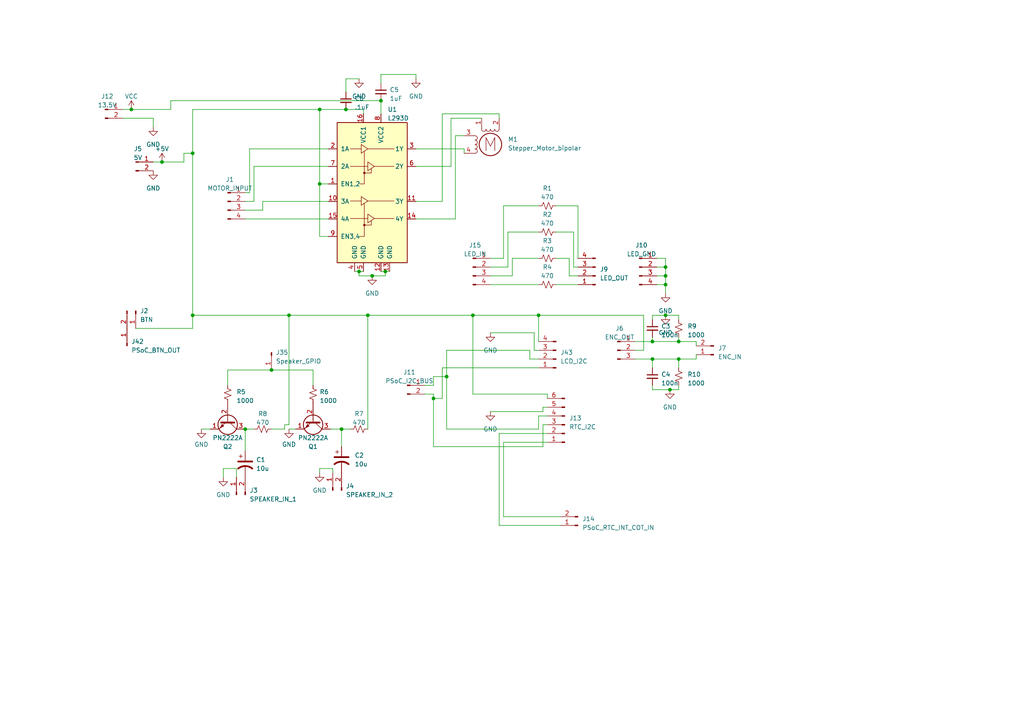
<source format=kicad_sch>
(kicad_sch (version 20230121) (generator eeschema)

  (uuid 100b1d54-e24c-4041-bd22-b7a4b8dd0973)

  (paper "A4")

  (lib_symbols
    (symbol "Connector:Conn_01x01_Pin" (pin_names (offset 1.016) hide) (in_bom yes) (on_board yes)
      (property "Reference" "J" (at 0 2.54 0)
        (effects (font (size 1.27 1.27)))
      )
      (property "Value" "Conn_01x01_Pin" (at 0 -2.54 0)
        (effects (font (size 1.27 1.27)))
      )
      (property "Footprint" "" (at 0 0 0)
        (effects (font (size 1.27 1.27)) hide)
      )
      (property "Datasheet" "~" (at 0 0 0)
        (effects (font (size 1.27 1.27)) hide)
      )
      (property "ki_locked" "" (at 0 0 0)
        (effects (font (size 1.27 1.27)))
      )
      (property "ki_keywords" "connector" (at 0 0 0)
        (effects (font (size 1.27 1.27)) hide)
      )
      (property "ki_description" "Generic connector, single row, 01x01, script generated" (at 0 0 0)
        (effects (font (size 1.27 1.27)) hide)
      )
      (property "ki_fp_filters" "Connector*:*_1x??_*" (at 0 0 0)
        (effects (font (size 1.27 1.27)) hide)
      )
      (symbol "Conn_01x01_Pin_1_1"
        (polyline
          (pts
            (xy 1.27 0)
            (xy 0.8636 0)
          )
          (stroke (width 0.1524) (type default))
          (fill (type none))
        )
        (rectangle (start 0.8636 0.127) (end 0 -0.127)
          (stroke (width 0.1524) (type default))
          (fill (type outline))
        )
        (pin passive line (at 5.08 0 180) (length 3.81)
          (name "Pin_1" (effects (font (size 1.27 1.27))))
          (number "1" (effects (font (size 1.27 1.27))))
        )
      )
    )
    (symbol "Connector:Conn_01x02_Pin" (pin_names (offset 1.016) hide) (in_bom yes) (on_board yes)
      (property "Reference" "J" (at 0 2.54 0)
        (effects (font (size 1.27 1.27)))
      )
      (property "Value" "Conn_01x02_Pin" (at 0 -5.08 0)
        (effects (font (size 1.27 1.27)))
      )
      (property "Footprint" "" (at 0 0 0)
        (effects (font (size 1.27 1.27)) hide)
      )
      (property "Datasheet" "~" (at 0 0 0)
        (effects (font (size 1.27 1.27)) hide)
      )
      (property "ki_locked" "" (at 0 0 0)
        (effects (font (size 1.27 1.27)))
      )
      (property "ki_keywords" "connector" (at 0 0 0)
        (effects (font (size 1.27 1.27)) hide)
      )
      (property "ki_description" "Generic connector, single row, 01x02, script generated" (at 0 0 0)
        (effects (font (size 1.27 1.27)) hide)
      )
      (property "ki_fp_filters" "Connector*:*_1x??_*" (at 0 0 0)
        (effects (font (size 1.27 1.27)) hide)
      )
      (symbol "Conn_01x02_Pin_1_1"
        (polyline
          (pts
            (xy 1.27 -2.54)
            (xy 0.8636 -2.54)
          )
          (stroke (width 0.1524) (type default))
          (fill (type none))
        )
        (polyline
          (pts
            (xy 1.27 0)
            (xy 0.8636 0)
          )
          (stroke (width 0.1524) (type default))
          (fill (type none))
        )
        (rectangle (start 0.8636 -2.413) (end 0 -2.667)
          (stroke (width 0.1524) (type default))
          (fill (type outline))
        )
        (rectangle (start 0.8636 0.127) (end 0 -0.127)
          (stroke (width 0.1524) (type default))
          (fill (type outline))
        )
        (pin passive line (at 5.08 0 180) (length 3.81)
          (name "Pin_1" (effects (font (size 1.27 1.27))))
          (number "1" (effects (font (size 1.27 1.27))))
        )
        (pin passive line (at 5.08 -2.54 180) (length 3.81)
          (name "Pin_2" (effects (font (size 1.27 1.27))))
          (number "2" (effects (font (size 1.27 1.27))))
        )
      )
    )
    (symbol "Connector:Conn_01x03_Pin" (pin_names (offset 1.016) hide) (in_bom yes) (on_board yes)
      (property "Reference" "J" (at 0 5.08 0)
        (effects (font (size 1.27 1.27)))
      )
      (property "Value" "Conn_01x03_Pin" (at 0 -5.08 0)
        (effects (font (size 1.27 1.27)))
      )
      (property "Footprint" "" (at 0 0 0)
        (effects (font (size 1.27 1.27)) hide)
      )
      (property "Datasheet" "~" (at 0 0 0)
        (effects (font (size 1.27 1.27)) hide)
      )
      (property "ki_locked" "" (at 0 0 0)
        (effects (font (size 1.27 1.27)))
      )
      (property "ki_keywords" "connector" (at 0 0 0)
        (effects (font (size 1.27 1.27)) hide)
      )
      (property "ki_description" "Generic connector, single row, 01x03, script generated" (at 0 0 0)
        (effects (font (size 1.27 1.27)) hide)
      )
      (property "ki_fp_filters" "Connector*:*_1x??_*" (at 0 0 0)
        (effects (font (size 1.27 1.27)) hide)
      )
      (symbol "Conn_01x03_Pin_1_1"
        (polyline
          (pts
            (xy 1.27 -2.54)
            (xy 0.8636 -2.54)
          )
          (stroke (width 0.1524) (type default))
          (fill (type none))
        )
        (polyline
          (pts
            (xy 1.27 0)
            (xy 0.8636 0)
          )
          (stroke (width 0.1524) (type default))
          (fill (type none))
        )
        (polyline
          (pts
            (xy 1.27 2.54)
            (xy 0.8636 2.54)
          )
          (stroke (width 0.1524) (type default))
          (fill (type none))
        )
        (rectangle (start 0.8636 -2.413) (end 0 -2.667)
          (stroke (width 0.1524) (type default))
          (fill (type outline))
        )
        (rectangle (start 0.8636 0.127) (end 0 -0.127)
          (stroke (width 0.1524) (type default))
          (fill (type outline))
        )
        (rectangle (start 0.8636 2.667) (end 0 2.413)
          (stroke (width 0.1524) (type default))
          (fill (type outline))
        )
        (pin passive line (at 5.08 2.54 180) (length 3.81)
          (name "Pin_1" (effects (font (size 1.27 1.27))))
          (number "1" (effects (font (size 1.27 1.27))))
        )
        (pin passive line (at 5.08 0 180) (length 3.81)
          (name "Pin_2" (effects (font (size 1.27 1.27))))
          (number "2" (effects (font (size 1.27 1.27))))
        )
        (pin passive line (at 5.08 -2.54 180) (length 3.81)
          (name "Pin_3" (effects (font (size 1.27 1.27))))
          (number "3" (effects (font (size 1.27 1.27))))
        )
      )
    )
    (symbol "Connector:Conn_01x04_Pin" (pin_names (offset 1.016) hide) (in_bom yes) (on_board yes)
      (property "Reference" "J" (at 0 5.08 0)
        (effects (font (size 1.27 1.27)))
      )
      (property "Value" "Conn_01x04_Pin" (at 0 -7.62 0)
        (effects (font (size 1.27 1.27)))
      )
      (property "Footprint" "" (at 0 0 0)
        (effects (font (size 1.27 1.27)) hide)
      )
      (property "Datasheet" "~" (at 0 0 0)
        (effects (font (size 1.27 1.27)) hide)
      )
      (property "ki_locked" "" (at 0 0 0)
        (effects (font (size 1.27 1.27)))
      )
      (property "ki_keywords" "connector" (at 0 0 0)
        (effects (font (size 1.27 1.27)) hide)
      )
      (property "ki_description" "Generic connector, single row, 01x04, script generated" (at 0 0 0)
        (effects (font (size 1.27 1.27)) hide)
      )
      (property "ki_fp_filters" "Connector*:*_1x??_*" (at 0 0 0)
        (effects (font (size 1.27 1.27)) hide)
      )
      (symbol "Conn_01x04_Pin_1_1"
        (polyline
          (pts
            (xy 1.27 -5.08)
            (xy 0.8636 -5.08)
          )
          (stroke (width 0.1524) (type default))
          (fill (type none))
        )
        (polyline
          (pts
            (xy 1.27 -2.54)
            (xy 0.8636 -2.54)
          )
          (stroke (width 0.1524) (type default))
          (fill (type none))
        )
        (polyline
          (pts
            (xy 1.27 0)
            (xy 0.8636 0)
          )
          (stroke (width 0.1524) (type default))
          (fill (type none))
        )
        (polyline
          (pts
            (xy 1.27 2.54)
            (xy 0.8636 2.54)
          )
          (stroke (width 0.1524) (type default))
          (fill (type none))
        )
        (rectangle (start 0.8636 -4.953) (end 0 -5.207)
          (stroke (width 0.1524) (type default))
          (fill (type outline))
        )
        (rectangle (start 0.8636 -2.413) (end 0 -2.667)
          (stroke (width 0.1524) (type default))
          (fill (type outline))
        )
        (rectangle (start 0.8636 0.127) (end 0 -0.127)
          (stroke (width 0.1524) (type default))
          (fill (type outline))
        )
        (rectangle (start 0.8636 2.667) (end 0 2.413)
          (stroke (width 0.1524) (type default))
          (fill (type outline))
        )
        (pin passive line (at 5.08 2.54 180) (length 3.81)
          (name "Pin_1" (effects (font (size 1.27 1.27))))
          (number "1" (effects (font (size 1.27 1.27))))
        )
        (pin passive line (at 5.08 0 180) (length 3.81)
          (name "Pin_2" (effects (font (size 1.27 1.27))))
          (number "2" (effects (font (size 1.27 1.27))))
        )
        (pin passive line (at 5.08 -2.54 180) (length 3.81)
          (name "Pin_3" (effects (font (size 1.27 1.27))))
          (number "3" (effects (font (size 1.27 1.27))))
        )
        (pin passive line (at 5.08 -5.08 180) (length 3.81)
          (name "Pin_4" (effects (font (size 1.27 1.27))))
          (number "4" (effects (font (size 1.27 1.27))))
        )
      )
    )
    (symbol "Connector:Conn_01x06_Pin" (pin_names (offset 1.016) hide) (in_bom yes) (on_board yes)
      (property "Reference" "J" (at 0 7.62 0)
        (effects (font (size 1.27 1.27)))
      )
      (property "Value" "Conn_01x06_Pin" (at 0 -10.16 0)
        (effects (font (size 1.27 1.27)))
      )
      (property "Footprint" "" (at 0 0 0)
        (effects (font (size 1.27 1.27)) hide)
      )
      (property "Datasheet" "~" (at 0 0 0)
        (effects (font (size 1.27 1.27)) hide)
      )
      (property "ki_locked" "" (at 0 0 0)
        (effects (font (size 1.27 1.27)))
      )
      (property "ki_keywords" "connector" (at 0 0 0)
        (effects (font (size 1.27 1.27)) hide)
      )
      (property "ki_description" "Generic connector, single row, 01x06, script generated" (at 0 0 0)
        (effects (font (size 1.27 1.27)) hide)
      )
      (property "ki_fp_filters" "Connector*:*_1x??_*" (at 0 0 0)
        (effects (font (size 1.27 1.27)) hide)
      )
      (symbol "Conn_01x06_Pin_1_1"
        (polyline
          (pts
            (xy 1.27 -7.62)
            (xy 0.8636 -7.62)
          )
          (stroke (width 0.1524) (type default))
          (fill (type none))
        )
        (polyline
          (pts
            (xy 1.27 -5.08)
            (xy 0.8636 -5.08)
          )
          (stroke (width 0.1524) (type default))
          (fill (type none))
        )
        (polyline
          (pts
            (xy 1.27 -2.54)
            (xy 0.8636 -2.54)
          )
          (stroke (width 0.1524) (type default))
          (fill (type none))
        )
        (polyline
          (pts
            (xy 1.27 0)
            (xy 0.8636 0)
          )
          (stroke (width 0.1524) (type default))
          (fill (type none))
        )
        (polyline
          (pts
            (xy 1.27 2.54)
            (xy 0.8636 2.54)
          )
          (stroke (width 0.1524) (type default))
          (fill (type none))
        )
        (polyline
          (pts
            (xy 1.27 5.08)
            (xy 0.8636 5.08)
          )
          (stroke (width 0.1524) (type default))
          (fill (type none))
        )
        (rectangle (start 0.8636 -7.493) (end 0 -7.747)
          (stroke (width 0.1524) (type default))
          (fill (type outline))
        )
        (rectangle (start 0.8636 -4.953) (end 0 -5.207)
          (stroke (width 0.1524) (type default))
          (fill (type outline))
        )
        (rectangle (start 0.8636 -2.413) (end 0 -2.667)
          (stroke (width 0.1524) (type default))
          (fill (type outline))
        )
        (rectangle (start 0.8636 0.127) (end 0 -0.127)
          (stroke (width 0.1524) (type default))
          (fill (type outline))
        )
        (rectangle (start 0.8636 2.667) (end 0 2.413)
          (stroke (width 0.1524) (type default))
          (fill (type outline))
        )
        (rectangle (start 0.8636 5.207) (end 0 4.953)
          (stroke (width 0.1524) (type default))
          (fill (type outline))
        )
        (pin passive line (at 5.08 5.08 180) (length 3.81)
          (name "Pin_1" (effects (font (size 1.27 1.27))))
          (number "1" (effects (font (size 1.27 1.27))))
        )
        (pin passive line (at 5.08 2.54 180) (length 3.81)
          (name "Pin_2" (effects (font (size 1.27 1.27))))
          (number "2" (effects (font (size 1.27 1.27))))
        )
        (pin passive line (at 5.08 0 180) (length 3.81)
          (name "Pin_3" (effects (font (size 1.27 1.27))))
          (number "3" (effects (font (size 1.27 1.27))))
        )
        (pin passive line (at 5.08 -2.54 180) (length 3.81)
          (name "Pin_4" (effects (font (size 1.27 1.27))))
          (number "4" (effects (font (size 1.27 1.27))))
        )
        (pin passive line (at 5.08 -5.08 180) (length 3.81)
          (name "Pin_5" (effects (font (size 1.27 1.27))))
          (number "5" (effects (font (size 1.27 1.27))))
        )
        (pin passive line (at 5.08 -7.62 180) (length 3.81)
          (name "Pin_6" (effects (font (size 1.27 1.27))))
          (number "6" (effects (font (size 1.27 1.27))))
        )
      )
    )
    (symbol "Device:C_Polarized_US" (pin_numbers hide) (pin_names (offset 0.254) hide) (in_bom yes) (on_board yes)
      (property "Reference" "C" (at 0.635 2.54 0)
        (effects (font (size 1.27 1.27)) (justify left))
      )
      (property "Value" "C_Polarized_US" (at 0.635 -2.54 0)
        (effects (font (size 1.27 1.27)) (justify left))
      )
      (property "Footprint" "" (at 0 0 0)
        (effects (font (size 1.27 1.27)) hide)
      )
      (property "Datasheet" "~" (at 0 0 0)
        (effects (font (size 1.27 1.27)) hide)
      )
      (property "ki_keywords" "cap capacitor" (at 0 0 0)
        (effects (font (size 1.27 1.27)) hide)
      )
      (property "ki_description" "Polarized capacitor, US symbol" (at 0 0 0)
        (effects (font (size 1.27 1.27)) hide)
      )
      (property "ki_fp_filters" "CP_*" (at 0 0 0)
        (effects (font (size 1.27 1.27)) hide)
      )
      (symbol "C_Polarized_US_0_1"
        (polyline
          (pts
            (xy -2.032 0.762)
            (xy 2.032 0.762)
          )
          (stroke (width 0.508) (type default))
          (fill (type none))
        )
        (polyline
          (pts
            (xy -1.778 2.286)
            (xy -0.762 2.286)
          )
          (stroke (width 0) (type default))
          (fill (type none))
        )
        (polyline
          (pts
            (xy -1.27 1.778)
            (xy -1.27 2.794)
          )
          (stroke (width 0) (type default))
          (fill (type none))
        )
        (arc (start 2.032 -1.27) (mid 0 -0.5572) (end -2.032 -1.27)
          (stroke (width 0.508) (type default))
          (fill (type none))
        )
      )
      (symbol "C_Polarized_US_1_1"
        (pin passive line (at 0 3.81 270) (length 2.794)
          (name "~" (effects (font (size 1.27 1.27))))
          (number "1" (effects (font (size 1.27 1.27))))
        )
        (pin passive line (at 0 -3.81 90) (length 3.302)
          (name "~" (effects (font (size 1.27 1.27))))
          (number "2" (effects (font (size 1.27 1.27))))
        )
      )
    )
    (symbol "Device:C_Small" (pin_numbers hide) (pin_names (offset 0.254) hide) (in_bom yes) (on_board yes)
      (property "Reference" "C" (at 0.254 1.778 0)
        (effects (font (size 1.27 1.27)) (justify left))
      )
      (property "Value" "C_Small" (at 0.254 -2.032 0)
        (effects (font (size 1.27 1.27)) (justify left))
      )
      (property "Footprint" "" (at 0 0 0)
        (effects (font (size 1.27 1.27)) hide)
      )
      (property "Datasheet" "~" (at 0 0 0)
        (effects (font (size 1.27 1.27)) hide)
      )
      (property "ki_keywords" "capacitor cap" (at 0 0 0)
        (effects (font (size 1.27 1.27)) hide)
      )
      (property "ki_description" "Unpolarized capacitor, small symbol" (at 0 0 0)
        (effects (font (size 1.27 1.27)) hide)
      )
      (property "ki_fp_filters" "C_*" (at 0 0 0)
        (effects (font (size 1.27 1.27)) hide)
      )
      (symbol "C_Small_0_1"
        (polyline
          (pts
            (xy -1.524 -0.508)
            (xy 1.524 -0.508)
          )
          (stroke (width 0.3302) (type default))
          (fill (type none))
        )
        (polyline
          (pts
            (xy -1.524 0.508)
            (xy 1.524 0.508)
          )
          (stroke (width 0.3048) (type default))
          (fill (type none))
        )
      )
      (symbol "C_Small_1_1"
        (pin passive line (at 0 2.54 270) (length 2.032)
          (name "~" (effects (font (size 1.27 1.27))))
          (number "1" (effects (font (size 1.27 1.27))))
        )
        (pin passive line (at 0 -2.54 90) (length 2.032)
          (name "~" (effects (font (size 1.27 1.27))))
          (number "2" (effects (font (size 1.27 1.27))))
        )
      )
    )
    (symbol "Device:R_Small_US" (pin_numbers hide) (pin_names (offset 0.254) hide) (in_bom yes) (on_board yes)
      (property "Reference" "R" (at 0.762 0.508 0)
        (effects (font (size 1.27 1.27)) (justify left))
      )
      (property "Value" "R_Small_US" (at 0.762 -1.016 0)
        (effects (font (size 1.27 1.27)) (justify left))
      )
      (property "Footprint" "" (at 0 0 0)
        (effects (font (size 1.27 1.27)) hide)
      )
      (property "Datasheet" "~" (at 0 0 0)
        (effects (font (size 1.27 1.27)) hide)
      )
      (property "ki_keywords" "r resistor" (at 0 0 0)
        (effects (font (size 1.27 1.27)) hide)
      )
      (property "ki_description" "Resistor, small US symbol" (at 0 0 0)
        (effects (font (size 1.27 1.27)) hide)
      )
      (property "ki_fp_filters" "R_*" (at 0 0 0)
        (effects (font (size 1.27 1.27)) hide)
      )
      (symbol "R_Small_US_1_1"
        (polyline
          (pts
            (xy 0 0)
            (xy 1.016 -0.381)
            (xy 0 -0.762)
            (xy -1.016 -1.143)
            (xy 0 -1.524)
          )
          (stroke (width 0) (type default))
          (fill (type none))
        )
        (polyline
          (pts
            (xy 0 1.524)
            (xy 1.016 1.143)
            (xy 0 0.762)
            (xy -1.016 0.381)
            (xy 0 0)
          )
          (stroke (width 0) (type default))
          (fill (type none))
        )
        (pin passive line (at 0 2.54 270) (length 1.016)
          (name "~" (effects (font (size 1.27 1.27))))
          (number "1" (effects (font (size 1.27 1.27))))
        )
        (pin passive line (at 0 -2.54 90) (length 1.016)
          (name "~" (effects (font (size 1.27 1.27))))
          (number "2" (effects (font (size 1.27 1.27))))
        )
      )
    )
    (symbol "Driver_Motor:L293D" (pin_names (offset 1.016)) (in_bom yes) (on_board yes)
      (property "Reference" "U" (at -5.08 26.035 0)
        (effects (font (size 1.27 1.27)) (justify right))
      )
      (property "Value" "L293D" (at -5.08 24.13 0)
        (effects (font (size 1.27 1.27)) (justify right))
      )
      (property "Footprint" "Package_DIP:DIP-16_W7.62mm" (at 6.35 -19.05 0)
        (effects (font (size 1.27 1.27)) (justify left) hide)
      )
      (property "Datasheet" "http://www.ti.com/lit/ds/symlink/l293.pdf" (at -7.62 17.78 0)
        (effects (font (size 1.27 1.27)) hide)
      )
      (property "ki_keywords" "Half-H Driver Motor" (at 0 0 0)
        (effects (font (size 1.27 1.27)) hide)
      )
      (property "ki_description" "Quadruple Half-H Drivers" (at 0 0 0)
        (effects (font (size 1.27 1.27)) hide)
      )
      (property "ki_fp_filters" "DIP*W7.62mm*" (at 0 0 0)
        (effects (font (size 1.27 1.27)) hide)
      )
      (symbol "L293D_0_1"
        (rectangle (start -10.16 22.86) (end 10.16 -17.78)
          (stroke (width 0.254) (type default))
          (fill (type background))
        )
        (circle (center -2.286 -6.858) (radius 0.254)
          (stroke (width 0) (type default))
          (fill (type outline))
        )
        (circle (center -2.286 8.255) (radius 0.254)
          (stroke (width 0) (type default))
          (fill (type outline))
        )
        (polyline
          (pts
            (xy -6.35 -4.953)
            (xy -1.27 -4.953)
          )
          (stroke (width 0) (type default))
          (fill (type none))
        )
        (polyline
          (pts
            (xy -6.35 0.127)
            (xy -3.175 0.127)
          )
          (stroke (width 0) (type default))
          (fill (type none))
        )
        (polyline
          (pts
            (xy -6.35 10.16)
            (xy -1.27 10.16)
          )
          (stroke (width 0) (type default))
          (fill (type none))
        )
        (polyline
          (pts
            (xy -6.35 15.24)
            (xy -3.175 15.24)
          )
          (stroke (width 0) (type default))
          (fill (type none))
        )
        (polyline
          (pts
            (xy -1.27 0.127)
            (xy 6.35 0.127)
          )
          (stroke (width 0) (type default))
          (fill (type none))
        )
        (polyline
          (pts
            (xy -1.27 15.24)
            (xy 6.35 15.24)
          )
          (stroke (width 0) (type default))
          (fill (type none))
        )
        (polyline
          (pts
            (xy 0.635 -4.953)
            (xy 6.35 -4.953)
          )
          (stroke (width 0) (type default))
          (fill (type none))
        )
        (polyline
          (pts
            (xy 0.635 10.16)
            (xy 6.35 10.16)
          )
          (stroke (width 0) (type default))
          (fill (type none))
        )
        (polyline
          (pts
            (xy -2.286 -6.858)
            (xy -0.254 -6.858)
            (xy -0.254 -5.588)
          )
          (stroke (width 0) (type default))
          (fill (type none))
        )
        (polyline
          (pts
            (xy -2.286 -0.635)
            (xy -2.286 -10.16)
            (xy -3.556 -10.16)
          )
          (stroke (width 0) (type default))
          (fill (type none))
        )
        (polyline
          (pts
            (xy -2.286 8.255)
            (xy -0.254 8.255)
            (xy -0.254 9.525)
          )
          (stroke (width 0) (type default))
          (fill (type none))
        )
        (polyline
          (pts
            (xy -2.286 14.478)
            (xy -2.286 5.08)
            (xy -3.556 5.08)
          )
          (stroke (width 0) (type default))
          (fill (type none))
        )
        (polyline
          (pts
            (xy -3.175 1.397)
            (xy -3.175 -1.143)
            (xy -1.27 0.127)
            (xy -3.175 1.397)
          )
          (stroke (width 0) (type default))
          (fill (type none))
        )
        (polyline
          (pts
            (xy -3.175 16.51)
            (xy -3.175 13.97)
            (xy -1.27 15.24)
            (xy -3.175 16.51)
          )
          (stroke (width 0) (type default))
          (fill (type none))
        )
        (polyline
          (pts
            (xy -1.27 -3.683)
            (xy -1.27 -6.223)
            (xy 0.635 -4.953)
            (xy -1.27 -3.683)
          )
          (stroke (width 0) (type default))
          (fill (type none))
        )
        (polyline
          (pts
            (xy -1.27 11.43)
            (xy -1.27 8.89)
            (xy 0.635 10.16)
            (xy -1.27 11.43)
          )
          (stroke (width 0) (type default))
          (fill (type none))
        )
      )
      (symbol "L293D_1_1"
        (pin input line (at -12.7 5.08 0) (length 2.54)
          (name "EN1,2" (effects (font (size 1.27 1.27))))
          (number "1" (effects (font (size 1.27 1.27))))
        )
        (pin input line (at -12.7 0 0) (length 2.54)
          (name "3A" (effects (font (size 1.27 1.27))))
          (number "10" (effects (font (size 1.27 1.27))))
        )
        (pin output line (at 12.7 0 180) (length 2.54)
          (name "3Y" (effects (font (size 1.27 1.27))))
          (number "11" (effects (font (size 1.27 1.27))))
        )
        (pin power_in line (at 2.54 -20.32 90) (length 2.54)
          (name "GND" (effects (font (size 1.27 1.27))))
          (number "12" (effects (font (size 1.27 1.27))))
        )
        (pin power_in line (at 5.08 -20.32 90) (length 2.54)
          (name "GND" (effects (font (size 1.27 1.27))))
          (number "13" (effects (font (size 1.27 1.27))))
        )
        (pin output line (at 12.7 -5.08 180) (length 2.54)
          (name "4Y" (effects (font (size 1.27 1.27))))
          (number "14" (effects (font (size 1.27 1.27))))
        )
        (pin input line (at -12.7 -5.08 0) (length 2.54)
          (name "4A" (effects (font (size 1.27 1.27))))
          (number "15" (effects (font (size 1.27 1.27))))
        )
        (pin power_in line (at -2.54 25.4 270) (length 2.54)
          (name "VCC1" (effects (font (size 1.27 1.27))))
          (number "16" (effects (font (size 1.27 1.27))))
        )
        (pin input line (at -12.7 15.24 0) (length 2.54)
          (name "1A" (effects (font (size 1.27 1.27))))
          (number "2" (effects (font (size 1.27 1.27))))
        )
        (pin output line (at 12.7 15.24 180) (length 2.54)
          (name "1Y" (effects (font (size 1.27 1.27))))
          (number "3" (effects (font (size 1.27 1.27))))
        )
        (pin power_in line (at -5.08 -20.32 90) (length 2.54)
          (name "GND" (effects (font (size 1.27 1.27))))
          (number "4" (effects (font (size 1.27 1.27))))
        )
        (pin power_in line (at -2.54 -20.32 90) (length 2.54)
          (name "GND" (effects (font (size 1.27 1.27))))
          (number "5" (effects (font (size 1.27 1.27))))
        )
        (pin output line (at 12.7 10.16 180) (length 2.54)
          (name "2Y" (effects (font (size 1.27 1.27))))
          (number "6" (effects (font (size 1.27 1.27))))
        )
        (pin input line (at -12.7 10.16 0) (length 2.54)
          (name "2A" (effects (font (size 1.27 1.27))))
          (number "7" (effects (font (size 1.27 1.27))))
        )
        (pin power_in line (at 2.54 25.4 270) (length 2.54)
          (name "VCC2" (effects (font (size 1.27 1.27))))
          (number "8" (effects (font (size 1.27 1.27))))
        )
        (pin input line (at -12.7 -10.16 0) (length 2.54)
          (name "EN3,4" (effects (font (size 1.27 1.27))))
          (number "9" (effects (font (size 1.27 1.27))))
        )
      )
    )
    (symbol "Motor:Stepper_Motor_bipolar" (pin_names (offset 0) hide) (in_bom yes) (on_board yes)
      (property "Reference" "M" (at 3.81 2.54 0)
        (effects (font (size 1.27 1.27)) (justify left))
      )
      (property "Value" "Stepper_Motor_bipolar" (at 3.81 1.27 0)
        (effects (font (size 1.27 1.27)) (justify left top))
      )
      (property "Footprint" "" (at 0.254 -0.254 0)
        (effects (font (size 1.27 1.27)) hide)
      )
      (property "Datasheet" "http://www.infineon.com/dgdl/Application-Note-TLE8110EE_driving_UniPolarStepperMotor_V1.1.pdf?fileId=db3a30431be39b97011be5d0aa0a00b0" (at 0.254 -0.254 0)
        (effects (font (size 1.27 1.27)) hide)
      )
      (property "ki_keywords" "bipolar stepper motor" (at 0 0 0)
        (effects (font (size 1.27 1.27)) hide)
      )
      (property "ki_description" "4-wire bipolar stepper motor" (at 0 0 0)
        (effects (font (size 1.27 1.27)) hide)
      )
      (property "ki_fp_filters" "PinHeader*P2.54mm*Vertical* TerminalBlock* Motor*" (at 0 0 0)
        (effects (font (size 1.27 1.27)) hide)
      )
      (symbol "Stepper_Motor_bipolar_0_0"
        (polyline
          (pts
            (xy -1.27 -1.778)
            (xy -1.27 2.032)
            (xy 0 -0.508)
            (xy 1.27 2.032)
            (xy 1.27 -1.778)
          )
          (stroke (width 0) (type default))
          (fill (type none))
        )
      )
      (symbol "Stepper_Motor_bipolar_0_1"
        (arc (start -4.445 -2.54) (mid -3.8127 -1.905) (end -4.445 -1.27)
          (stroke (width 0) (type default))
          (fill (type none))
        )
        (arc (start -4.445 -1.27) (mid -3.8127 -0.635) (end -4.445 0)
          (stroke (width 0) (type default))
          (fill (type none))
        )
        (arc (start -4.445 0) (mid -3.8127 0.635) (end -4.445 1.27)
          (stroke (width 0) (type default))
          (fill (type none))
        )
        (arc (start -4.445 1.27) (mid -3.8127 1.905) (end -4.445 2.54)
          (stroke (width 0) (type default))
          (fill (type none))
        )
        (arc (start -2.54 4.445) (mid -1.905 3.8127) (end -1.27 4.445)
          (stroke (width 0) (type default))
          (fill (type none))
        )
        (arc (start -1.27 4.445) (mid -0.635 3.8127) (end 0 4.445)
          (stroke (width 0) (type default))
          (fill (type none))
        )
        (polyline
          (pts
            (xy -5.08 -2.54)
            (xy -4.445 -2.54)
          )
          (stroke (width 0) (type default))
          (fill (type none))
        )
        (polyline
          (pts
            (xy -5.08 2.54)
            (xy -4.445 2.54)
          )
          (stroke (width 0) (type default))
          (fill (type none))
        )
        (polyline
          (pts
            (xy -2.54 5.08)
            (xy -2.54 4.445)
          )
          (stroke (width 0) (type default))
          (fill (type none))
        )
        (polyline
          (pts
            (xy 2.54 5.08)
            (xy 2.54 4.445)
          )
          (stroke (width 0) (type default))
          (fill (type none))
        )
        (circle (center 0 0) (radius 3.2512)
          (stroke (width 0.254) (type default))
          (fill (type none))
        )
        (arc (start 0 4.445) (mid 0.635 3.8127) (end 1.27 4.445)
          (stroke (width 0) (type default))
          (fill (type none))
        )
        (arc (start 1.27 4.445) (mid 1.905 3.8127) (end 2.54 4.445)
          (stroke (width 0) (type default))
          (fill (type none))
        )
      )
      (symbol "Stepper_Motor_bipolar_1_1"
        (pin passive line (at -2.54 7.62 270) (length 2.54)
          (name "~" (effects (font (size 1.27 1.27))))
          (number "1" (effects (font (size 1.27 1.27))))
        )
        (pin passive line (at 2.54 7.62 270) (length 2.54)
          (name "-" (effects (font (size 1.27 1.27))))
          (number "2" (effects (font (size 1.27 1.27))))
        )
        (pin passive line (at -7.62 2.54 0) (length 2.54)
          (name "~" (effects (font (size 1.27 1.27))))
          (number "3" (effects (font (size 1.27 1.27))))
        )
        (pin passive line (at -7.62 -2.54 0) (length 2.54)
          (name "~" (effects (font (size 1.27 1.27))))
          (number "4" (effects (font (size 1.27 1.27))))
        )
      )
    )
    (symbol "Transistor_BJT:PN2222A" (pin_names (offset 0) hide) (in_bom yes) (on_board yes)
      (property "Reference" "Q" (at 5.08 1.905 0)
        (effects (font (size 1.27 1.27)) (justify left))
      )
      (property "Value" "PN2222A" (at 5.08 0 0)
        (effects (font (size 1.27 1.27)) (justify left))
      )
      (property "Footprint" "Package_TO_SOT_THT:TO-92_Inline" (at 5.08 -1.905 0)
        (effects (font (size 1.27 1.27) italic) (justify left) hide)
      )
      (property "Datasheet" "https://www.onsemi.com/pub/Collateral/PN2222-D.PDF" (at 0 0 0)
        (effects (font (size 1.27 1.27)) (justify left) hide)
      )
      (property "ki_keywords" "NPN Transistor" (at 0 0 0)
        (effects (font (size 1.27 1.27)) hide)
      )
      (property "ki_description" "1A Ic, 40V Vce, NPN Transistor, General Purpose Transistor, TO-92" (at 0 0 0)
        (effects (font (size 1.27 1.27)) hide)
      )
      (property "ki_fp_filters" "TO?92*" (at 0 0 0)
        (effects (font (size 1.27 1.27)) hide)
      )
      (symbol "PN2222A_0_1"
        (polyline
          (pts
            (xy 0 0)
            (xy 0.635 0)
          )
          (stroke (width 0) (type default))
          (fill (type none))
        )
        (polyline
          (pts
            (xy 2.54 -2.54)
            (xy 0.635 -0.635)
          )
          (stroke (width 0) (type default))
          (fill (type none))
        )
        (polyline
          (pts
            (xy 2.54 2.54)
            (xy 0.635 0.635)
          )
          (stroke (width 0) (type default))
          (fill (type none))
        )
        (polyline
          (pts
            (xy 0.635 1.905)
            (xy 0.635 -1.905)
            (xy 0.635 -1.905)
          )
          (stroke (width 0.508) (type default))
          (fill (type none))
        )
        (polyline
          (pts
            (xy 2.413 -2.413)
            (xy 1.905 -1.905)
            (xy 1.905 -1.905)
          )
          (stroke (width 0) (type default))
          (fill (type none))
        )
        (polyline
          (pts
            (xy 1.143 -1.651)
            (xy 1.651 -1.143)
            (xy 2.159 -2.159)
            (xy 1.143 -1.651)
            (xy 1.143 -1.651)
          )
          (stroke (width 0) (type default))
          (fill (type outline))
        )
        (circle (center 1.27 0) (radius 2.8194)
          (stroke (width 0.254) (type default))
          (fill (type none))
        )
      )
      (symbol "PN2222A_1_1"
        (pin passive line (at 2.54 -5.08 90) (length 2.54)
          (name "E" (effects (font (size 1.27 1.27))))
          (number "1" (effects (font (size 1.27 1.27))))
        )
        (pin input line (at -5.08 0 0) (length 5.08)
          (name "B" (effects (font (size 1.27 1.27))))
          (number "2" (effects (font (size 1.27 1.27))))
        )
        (pin passive line (at 2.54 5.08 270) (length 2.54)
          (name "C" (effects (font (size 1.27 1.27))))
          (number "3" (effects (font (size 1.27 1.27))))
        )
      )
    )
    (symbol "power:+5V" (power) (pin_names (offset 0)) (in_bom yes) (on_board yes)
      (property "Reference" "#PWR" (at 0 -3.81 0)
        (effects (font (size 1.27 1.27)) hide)
      )
      (property "Value" "+5V" (at 0 3.556 0)
        (effects (font (size 1.27 1.27)))
      )
      (property "Footprint" "" (at 0 0 0)
        (effects (font (size 1.27 1.27)) hide)
      )
      (property "Datasheet" "" (at 0 0 0)
        (effects (font (size 1.27 1.27)) hide)
      )
      (property "ki_keywords" "global power" (at 0 0 0)
        (effects (font (size 1.27 1.27)) hide)
      )
      (property "ki_description" "Power symbol creates a global label with name \"+5V\"" (at 0 0 0)
        (effects (font (size 1.27 1.27)) hide)
      )
      (symbol "+5V_0_1"
        (polyline
          (pts
            (xy -0.762 1.27)
            (xy 0 2.54)
          )
          (stroke (width 0) (type default))
          (fill (type none))
        )
        (polyline
          (pts
            (xy 0 0)
            (xy 0 2.54)
          )
          (stroke (width 0) (type default))
          (fill (type none))
        )
        (polyline
          (pts
            (xy 0 2.54)
            (xy 0.762 1.27)
          )
          (stroke (width 0) (type default))
          (fill (type none))
        )
      )
      (symbol "+5V_1_1"
        (pin power_in line (at 0 0 90) (length 0) hide
          (name "+5V" (effects (font (size 1.27 1.27))))
          (number "1" (effects (font (size 1.27 1.27))))
        )
      )
    )
    (symbol "power:GND" (power) (pin_names (offset 0)) (in_bom yes) (on_board yes)
      (property "Reference" "#PWR" (at 0 -6.35 0)
        (effects (font (size 1.27 1.27)) hide)
      )
      (property "Value" "GND" (at 0 -3.81 0)
        (effects (font (size 1.27 1.27)))
      )
      (property "Footprint" "" (at 0 0 0)
        (effects (font (size 1.27 1.27)) hide)
      )
      (property "Datasheet" "" (at 0 0 0)
        (effects (font (size 1.27 1.27)) hide)
      )
      (property "ki_keywords" "global power" (at 0 0 0)
        (effects (font (size 1.27 1.27)) hide)
      )
      (property "ki_description" "Power symbol creates a global label with name \"GND\" , ground" (at 0 0 0)
        (effects (font (size 1.27 1.27)) hide)
      )
      (symbol "GND_0_1"
        (polyline
          (pts
            (xy 0 0)
            (xy 0 -1.27)
            (xy 1.27 -1.27)
            (xy 0 -2.54)
            (xy -1.27 -1.27)
            (xy 0 -1.27)
          )
          (stroke (width 0) (type default))
          (fill (type none))
        )
      )
      (symbol "GND_1_1"
        (pin power_in line (at 0 0 270) (length 0) hide
          (name "GND" (effects (font (size 1.27 1.27))))
          (number "1" (effects (font (size 1.27 1.27))))
        )
      )
    )
    (symbol "power:VCC" (power) (pin_names (offset 0)) (in_bom yes) (on_board yes)
      (property "Reference" "#PWR" (at 0 -3.81 0)
        (effects (font (size 1.27 1.27)) hide)
      )
      (property "Value" "VCC" (at 0 3.81 0)
        (effects (font (size 1.27 1.27)))
      )
      (property "Footprint" "" (at 0 0 0)
        (effects (font (size 1.27 1.27)) hide)
      )
      (property "Datasheet" "" (at 0 0 0)
        (effects (font (size 1.27 1.27)) hide)
      )
      (property "ki_keywords" "global power" (at 0 0 0)
        (effects (font (size 1.27 1.27)) hide)
      )
      (property "ki_description" "Power symbol creates a global label with name \"VCC\"" (at 0 0 0)
        (effects (font (size 1.27 1.27)) hide)
      )
      (symbol "VCC_0_1"
        (polyline
          (pts
            (xy -0.762 1.27)
            (xy 0 2.54)
          )
          (stroke (width 0) (type default))
          (fill (type none))
        )
        (polyline
          (pts
            (xy 0 0)
            (xy 0 2.54)
          )
          (stroke (width 0) (type default))
          (fill (type none))
        )
        (polyline
          (pts
            (xy 0 2.54)
            (xy 0.762 1.27)
          )
          (stroke (width 0) (type default))
          (fill (type none))
        )
      )
      (symbol "VCC_1_1"
        (pin power_in line (at 0 0 90) (length 0) hide
          (name "VCC" (effects (font (size 1.27 1.27))))
          (number "1" (effects (font (size 1.27 1.27))))
        )
      )
    )
  )


  (junction (at 71.12 124.46) (diameter 0) (color 0 0 0 0)
    (uuid 03d29105-fe23-463b-a6e7-8b2409858ab7)
  )
  (junction (at 104.14 78.74) (diameter 0) (color 0 0 0 0)
    (uuid 0f92a653-9cdb-44d8-ba44-f038afb6155a)
  )
  (junction (at 129.54 109.22) (diameter 0) (color 0 0 0 0)
    (uuid 1260428d-56cf-4c0e-a0ea-1fd70fe29d3b)
  )
  (junction (at 193.04 80.01) (diameter 0) (color 0 0 0 0)
    (uuid 1afcbdcd-2ace-45d6-a766-f5b6b894ba81)
  )
  (junction (at 156.21 91.44) (diameter 0) (color 0 0 0 0)
    (uuid 1b629797-af4e-44fd-88c7-4a3c4294fdfd)
  )
  (junction (at 137.16 91.44) (diameter 0) (color 0 0 0 0)
    (uuid 221597f7-3aa6-469c-87a0-dabc31c5f1d6)
  )
  (junction (at 38.1 31.75) (diameter 0) (color 0 0 0 0)
    (uuid 24d98155-cc1b-42e5-bb36-008684677747)
  )
  (junction (at 107.95 80.01) (diameter 0) (color 0 0 0 0)
    (uuid 28a6e182-8026-4215-9ebe-c53b7c73afe4)
  )
  (junction (at 100.33 31.75) (diameter 0) (color 0 0 0 0)
    (uuid 28f9cf2e-3ccb-49d5-92e1-2db7a3a1a1bb)
  )
  (junction (at 193.04 77.47) (diameter 0) (color 0 0 0 0)
    (uuid 294100cf-e1e5-44f1-8146-b06d9fcf2e65)
  )
  (junction (at 55.88 91.44) (diameter 0) (color 0 0 0 0)
    (uuid 2a6f8ac5-13f7-411c-94f2-bb078c26e0f3)
  )
  (junction (at 106.68 91.44) (diameter 0) (color 0 0 0 0)
    (uuid 2e17b6c8-fad9-4eac-ba79-22c20c5b9b12)
  )
  (junction (at 189.23 99.06) (diameter 0) (color 0 0 0 0)
    (uuid 332522dc-94ef-4eb9-959c-80edbad00e48)
  )
  (junction (at 193.04 82.55) (diameter 0) (color 0 0 0 0)
    (uuid 3880013e-ec57-4b08-91a9-fb0ec5c67222)
  )
  (junction (at 111.76 78.74) (diameter 0) (color 0 0 0 0)
    (uuid 457947e0-6991-443a-a8ad-da27a7d40e04)
  )
  (junction (at 110.49 29.21) (diameter 0) (color 0 0 0 0)
    (uuid 5a05df09-01ee-47d3-9b04-a6a7b7c9e481)
  )
  (junction (at 46.99 46.99) (diameter 0) (color 0 0 0 0)
    (uuid 68c8cd77-2d90-4cae-83b4-3c2a6355386e)
  )
  (junction (at 99.06 124.46) (diameter 0) (color 0 0 0 0)
    (uuid 6e31f415-3a2b-4961-9133-2a7c2159aa1d)
  )
  (junction (at 194.31 113.03) (diameter 0) (color 0 0 0 0)
    (uuid 71220e24-a102-4777-923f-913c532ff200)
  )
  (junction (at 193.04 91.44) (diameter 0) (color 0 0 0 0)
    (uuid 7842f7fd-0491-45dc-accd-44227a7b8a6d)
  )
  (junction (at 78.74 107.315) (diameter 0) (color 0 0 0 0)
    (uuid 7ac51f1b-da90-4cbc-b643-495bb15e8e00)
  )
  (junction (at 55.88 44.45) (diameter 0) (color 0 0 0 0)
    (uuid 8340f47c-eaab-4d9b-9e05-6fe281f71f94)
  )
  (junction (at 125.73 115.57) (diameter 0) (color 0 0 0 0)
    (uuid 888d913c-824f-4223-ab8c-0141d3a60d47)
  )
  (junction (at 83.82 91.44) (diameter 0) (color 0 0 0 0)
    (uuid a08fecea-3ec5-4ce8-a016-482a21bb5d1b)
  )
  (junction (at 92.71 31.75) (diameter 0) (color 0 0 0 0)
    (uuid a8b1ab42-7d88-4eec-addd-65f79a5f1543)
  )
  (junction (at 196.85 99.06) (diameter 0) (color 0 0 0 0)
    (uuid b9a0c443-79ba-4104-b9c5-0c6e82ef9992)
  )
  (junction (at 92.71 53.34) (diameter 0) (color 0 0 0 0)
    (uuid cccfe758-197b-4274-bc1a-b33dbaef965c)
  )
  (junction (at 189.23 104.14) (diameter 0) (color 0 0 0 0)
    (uuid d15ba882-c133-44ce-b2bf-aa72036f8646)
  )
  (junction (at 196.85 104.14) (diameter 0) (color 0 0 0 0)
    (uuid f125a41c-ca09-48e3-a2a6-dfc90026ab8c)
  )

  (wire (pts (xy 104.14 80.01) (xy 107.95 80.01))
    (stroke (width 0) (type default))
    (uuid 003fd408-edd1-4342-88f6-c5a175d00b87)
  )
  (wire (pts (xy 71.12 124.46) (xy 71.12 130.81))
    (stroke (width 0) (type default))
    (uuid 008e84ab-375a-4acc-a0ae-0953cd36fd10)
  )
  (wire (pts (xy 44.45 46.99) (xy 46.99 46.99))
    (stroke (width 0) (type default))
    (uuid 035028fd-6004-4217-a78b-f309ff305d31)
  )
  (wire (pts (xy 193.04 82.55) (xy 193.04 85.09))
    (stroke (width 0) (type default))
    (uuid 06536d20-5081-4f9e-a883-9f980c7d6210)
  )
  (wire (pts (xy 76.2 58.42) (xy 95.25 58.42))
    (stroke (width 0) (type default))
    (uuid 07d49700-a650-4094-98f9-0e6577395cfe)
  )
  (wire (pts (xy 148.59 80.01) (xy 148.59 74.93))
    (stroke (width 0) (type default))
    (uuid 093084f1-5817-48aa-a577-f57b04edd264)
  )
  (wire (pts (xy 132.08 63.5) (xy 132.08 39.37))
    (stroke (width 0) (type default))
    (uuid 09700c48-8014-411a-a8ac-4860c2fa3d0a)
  )
  (wire (pts (xy 196.85 99.06) (xy 196.85 97.79))
    (stroke (width 0) (type default))
    (uuid 0ade37da-c022-4d34-91e2-802c6ca7ec32)
  )
  (wire (pts (xy 92.71 53.34) (xy 92.71 68.58))
    (stroke (width 0) (type default))
    (uuid 0daba3b8-e031-4741-9de3-63a457e63026)
  )
  (wire (pts (xy 39.37 95.25) (xy 55.88 95.25))
    (stroke (width 0) (type default))
    (uuid 0ebe5e2c-5645-457d-be36-7ad5c06e23fb)
  )
  (wire (pts (xy 190.5 74.93) (xy 193.04 74.93))
    (stroke (width 0) (type default))
    (uuid 123096ff-1348-4641-ac8c-c290800ae2ff)
  )
  (wire (pts (xy 156.21 124.46) (xy 156.21 120.65))
    (stroke (width 0) (type default))
    (uuid 12e7bf33-37e7-4fde-bd67-192f9a6b682f)
  )
  (wire (pts (xy 189.23 91.44) (xy 193.04 91.44))
    (stroke (width 0) (type default))
    (uuid 12fbd81f-faa7-499d-b099-6460df7b5f6d)
  )
  (wire (pts (xy 167.64 59.69) (xy 167.64 74.93))
    (stroke (width 0) (type default))
    (uuid 13552729-b080-4cb3-8df8-50d4e0ab6aad)
  )
  (wire (pts (xy 72.39 43.18) (xy 72.39 55.88))
    (stroke (width 0) (type default))
    (uuid 1411cd66-d1d0-4e07-842b-75da1fb8c3aa)
  )
  (wire (pts (xy 66.04 107.315) (xy 78.74 107.315))
    (stroke (width 0) (type default))
    (uuid 15881f05-5b2a-4fcc-8a6b-5e28f731f5a1)
  )
  (wire (pts (xy 105.41 33.02) (xy 105.41 31.75))
    (stroke (width 0) (type default))
    (uuid 160ea445-8815-4953-947b-f30e422f4f85)
  )
  (wire (pts (xy 161.29 82.55) (xy 167.64 82.55))
    (stroke (width 0) (type default))
    (uuid 16a946e5-7604-486c-b1b4-83d8b5b1076c)
  )
  (wire (pts (xy 201.93 99.06) (xy 201.93 100.33))
    (stroke (width 0) (type default))
    (uuid 16ccd16f-7b51-4c01-8685-cb9a9dbb188b)
  )
  (wire (pts (xy 71.12 124.46) (xy 73.66 124.46))
    (stroke (width 0) (type default))
    (uuid 16f83e8a-608d-4405-b36a-47b5dd1ee50e)
  )
  (wire (pts (xy 196.85 104.14) (xy 201.93 104.14))
    (stroke (width 0) (type default))
    (uuid 170d7ea4-a122-40ba-b0a2-87fb4e28c7f3)
  )
  (wire (pts (xy 129.54 109.22) (xy 129.54 101.6))
    (stroke (width 0) (type default))
    (uuid 17cd3f5b-2a9e-427e-86eb-1f7c27fca901)
  )
  (wire (pts (xy 111.76 78.74) (xy 113.03 78.74))
    (stroke (width 0) (type default))
    (uuid 1b3c4bcc-224e-4c16-bee4-0f56be4d8fbf)
  )
  (wire (pts (xy 64.77 135.89) (xy 64.77 138.43))
    (stroke (width 0) (type default))
    (uuid 1cca2337-7b8f-4f4b-b939-cc26037c584e)
  )
  (wire (pts (xy 129.54 109.22) (xy 129.54 124.46))
    (stroke (width 0) (type default))
    (uuid 1df176e9-12f8-4fa1-9bbf-9e2039129505)
  )
  (wire (pts (xy 194.31 113.03) (xy 196.85 113.03))
    (stroke (width 0) (type default))
    (uuid 1f6340b0-7b97-40cc-a333-138003f58fd4)
  )
  (wire (pts (xy 128.27 33.02) (xy 144.78 33.02))
    (stroke (width 0) (type default))
    (uuid 1fb54c8f-dceb-411c-bf35-6f544274a833)
  )
  (wire (pts (xy 157.48 118.11) (xy 158.75 118.11))
    (stroke (width 0) (type default))
    (uuid 20128a88-fa81-4884-8fa4-9f082fcc5052)
  )
  (wire (pts (xy 125.73 111.76) (xy 123.19 111.76))
    (stroke (width 0) (type default))
    (uuid 22746a82-c650-4a10-89ac-0f70bd4cb4ac)
  )
  (wire (pts (xy 137.16 91.44) (xy 137.16 114.3))
    (stroke (width 0) (type default))
    (uuid 23f68c01-039f-4151-91e4-93ab074b1011)
  )
  (wire (pts (xy 78.74 124.46) (xy 82.55 124.46))
    (stroke (width 0) (type default))
    (uuid 24df09c0-5bf3-4949-8d9d-0c130cf5374a)
  )
  (wire (pts (xy 106.68 91.44) (xy 137.16 91.44))
    (stroke (width 0) (type default))
    (uuid 256d0bb3-12d5-48ca-8205-55fd3ee49066)
  )
  (wire (pts (xy 71.12 63.5) (xy 95.25 63.5))
    (stroke (width 0) (type default))
    (uuid 263f5e6d-3578-49c8-af55-374360d7ea95)
  )
  (wire (pts (xy 148.59 74.93) (xy 156.21 74.93))
    (stroke (width 0) (type default))
    (uuid 283a9ddd-3fdf-4b12-a2b8-19f1579d2aad)
  )
  (wire (pts (xy 146.05 128.27) (xy 146.05 149.86))
    (stroke (width 0) (type default))
    (uuid 2cb859ca-99ea-4c75-95f8-eabd77e0eea4)
  )
  (wire (pts (xy 55.88 44.45) (xy 55.88 31.75))
    (stroke (width 0) (type default))
    (uuid 2d8389de-1867-4bad-92d1-070189e8dc4a)
  )
  (wire (pts (xy 193.04 91.44) (xy 196.85 91.44))
    (stroke (width 0) (type default))
    (uuid 2f027d4f-ca45-45cb-8e6c-cef81c3294ef)
  )
  (wire (pts (xy 73.66 48.26) (xy 95.25 48.26))
    (stroke (width 0) (type default))
    (uuid 3218ed9a-8992-4d8b-9ef5-9f2e39d48831)
  )
  (wire (pts (xy 123.19 114.3) (xy 125.73 114.3))
    (stroke (width 0) (type default))
    (uuid 361368aa-1c05-4e99-babc-60dcf09a384f)
  )
  (wire (pts (xy 167.64 77.47) (xy 166.37 77.47))
    (stroke (width 0) (type default))
    (uuid 362f2fb6-33f0-4574-b763-2cf0b44e7ddf)
  )
  (wire (pts (xy 156.21 120.65) (xy 158.75 120.65))
    (stroke (width 0) (type default))
    (uuid 36f38523-8607-493b-9be3-04687b6f91d5)
  )
  (wire (pts (xy 196.85 99.06) (xy 201.93 99.06))
    (stroke (width 0) (type default))
    (uuid 3730a8ba-76ad-4bee-b8a9-37dfcbef18d8)
  )
  (wire (pts (xy 44.45 34.29) (xy 44.45 36.83))
    (stroke (width 0) (type default))
    (uuid 39404b87-1bb1-489f-9cf1-41a6a9cac3d6)
  )
  (wire (pts (xy 92.71 135.89) (xy 92.71 137.16))
    (stroke (width 0) (type default))
    (uuid 3ac4cf03-d1b0-4067-abca-33db7391911e)
  )
  (wire (pts (xy 111.76 78.74) (xy 111.76 80.01))
    (stroke (width 0) (type default))
    (uuid 3cb34a10-a281-4bad-bf95-68c2c3907ed1)
  )
  (wire (pts (xy 120.65 63.5) (xy 132.08 63.5))
    (stroke (width 0) (type default))
    (uuid 3e3c1163-6b8e-40e2-8b16-fdd01c67ab18)
  )
  (wire (pts (xy 189.23 104.14) (xy 196.85 104.14))
    (stroke (width 0) (type default))
    (uuid 3e817686-bccf-4fb2-a318-14b0bb4c5dae)
  )
  (wire (pts (xy 161.29 74.93) (xy 165.1 74.93))
    (stroke (width 0) (type default))
    (uuid 3ef40f5c-3517-445a-ae7f-a831de54a936)
  )
  (wire (pts (xy 153.67 104.14) (xy 156.21 104.14))
    (stroke (width 0) (type default))
    (uuid 43a45d02-bf08-41e2-8ea4-135b2beb9cbb)
  )
  (wire (pts (xy 184.15 104.14) (xy 189.23 104.14))
    (stroke (width 0) (type default))
    (uuid 43a46451-abd1-4112-a862-31759f9383e8)
  )
  (wire (pts (xy 186.69 91.44) (xy 186.69 101.6))
    (stroke (width 0) (type default))
    (uuid 45185c10-fcc8-4d00-9ce1-4b11102ee8f0)
  )
  (wire (pts (xy 137.16 114.3) (xy 158.75 114.3))
    (stroke (width 0) (type default))
    (uuid 45d73b19-c456-4445-8182-5114cda9a523)
  )
  (wire (pts (xy 55.88 31.75) (xy 92.71 31.75))
    (stroke (width 0) (type default))
    (uuid 463fafa8-a382-44e0-b778-2023ece7f075)
  )
  (wire (pts (xy 128.27 106.68) (xy 156.21 106.68))
    (stroke (width 0) (type default))
    (uuid 488a9eba-8f0e-4b57-8ce7-f7bd06988a56)
  )
  (wire (pts (xy 66.04 111.76) (xy 66.04 107.315))
    (stroke (width 0) (type default))
    (uuid 49976151-ee66-4e8b-a635-c8dd4fd89680)
  )
  (wire (pts (xy 146.05 128.27) (xy 158.75 128.27))
    (stroke (width 0) (type default))
    (uuid 49b53915-7ac3-476f-8d0f-df0746e0a123)
  )
  (wire (pts (xy 82.55 123.19) (xy 82.55 124.46))
    (stroke (width 0) (type default))
    (uuid 4b18802f-e59e-4562-9aef-3c61afdfeb9e)
  )
  (wire (pts (xy 35.56 34.29) (xy 44.45 34.29))
    (stroke (width 0) (type default))
    (uuid 4f3a3aeb-ee0f-46f7-828c-670a7630d6bb)
  )
  (wire (pts (xy 196.85 91.44) (xy 196.85 92.71))
    (stroke (width 0) (type default))
    (uuid 509221ae-23dd-46a7-8b06-44d2989f5774)
  )
  (wire (pts (xy 189.23 113.03) (xy 194.31 113.03))
    (stroke (width 0) (type default))
    (uuid 5191f443-d78c-4537-838b-f48c126ad04d)
  )
  (wire (pts (xy 142.24 74.93) (xy 146.05 74.93))
    (stroke (width 0) (type default))
    (uuid 5850668e-8aab-4dc9-b402-31c9ef5cb023)
  )
  (wire (pts (xy 142.24 80.01) (xy 148.59 80.01))
    (stroke (width 0) (type default))
    (uuid 58faa86d-5e4a-4589-a39b-0845897932aa)
  )
  (wire (pts (xy 158.75 114.3) (xy 158.75 115.57))
    (stroke (width 0) (type default))
    (uuid 5bad1fe4-602e-4134-a8c0-17f48ef294fc)
  )
  (wire (pts (xy 46.99 46.99) (xy 53.34 46.99))
    (stroke (width 0) (type default))
    (uuid 5eb42dce-1b6d-49b9-bc98-e8934952c356)
  )
  (wire (pts (xy 142.24 82.55) (xy 156.21 82.55))
    (stroke (width 0) (type default))
    (uuid 5f3199dc-5055-4efb-9e05-1b14326833aa)
  )
  (wire (pts (xy 72.39 43.18) (xy 95.25 43.18))
    (stroke (width 0) (type default))
    (uuid 62bd2253-df1e-4f9b-9459-8e177838e91a)
  )
  (wire (pts (xy 104.14 78.74) (xy 104.14 80.01))
    (stroke (width 0) (type default))
    (uuid 63be0b49-0acc-4ffd-a718-66b016951f0b)
  )
  (wire (pts (xy 193.04 80.01) (xy 193.04 82.55))
    (stroke (width 0) (type default))
    (uuid 64a46927-360b-4383-864e-2c591a9982d2)
  )
  (wire (pts (xy 142.24 77.47) (xy 147.32 77.47))
    (stroke (width 0) (type default))
    (uuid 6593e492-c7bf-4fcb-854b-87e6db907c35)
  )
  (wire (pts (xy 125.73 109.22) (xy 129.54 109.22))
    (stroke (width 0) (type default))
    (uuid 67826c61-f927-40c7-ba31-bb22c6fbcd00)
  )
  (wire (pts (xy 147.32 67.31) (xy 156.21 67.31))
    (stroke (width 0) (type default))
    (uuid 6bffad3f-e32d-426b-afda-cfa249792355)
  )
  (wire (pts (xy 83.82 91.44) (xy 83.82 123.19))
    (stroke (width 0) (type default))
    (uuid 6d1f8fa3-5f3f-4852-888c-0b879337e8be)
  )
  (wire (pts (xy 186.69 101.6) (xy 184.15 101.6))
    (stroke (width 0) (type default))
    (uuid 6f6bf8a9-f732-44c6-b46d-1106b2c6aa75)
  )
  (wire (pts (xy 125.73 114.3) (xy 125.73 115.57))
    (stroke (width 0) (type default))
    (uuid 701046aa-15b0-4415-83c9-30ff232f0214)
  )
  (wire (pts (xy 157.48 119.38) (xy 157.48 118.11))
    (stroke (width 0) (type default))
    (uuid 7073a59d-83a9-48e5-b790-3c91579bdd97)
  )
  (wire (pts (xy 146.05 74.93) (xy 146.05 59.69))
    (stroke (width 0) (type default))
    (uuid 7495c220-6d7b-4780-a6d1-33d9a46b33a0)
  )
  (wire (pts (xy 92.71 31.75) (xy 92.71 53.34))
    (stroke (width 0) (type default))
    (uuid 76eef121-6a90-4a2c-8e60-e75f17e5a10b)
  )
  (wire (pts (xy 137.16 91.44) (xy 156.21 91.44))
    (stroke (width 0) (type default))
    (uuid 7938d6fe-7583-4cbd-81a0-2052b80c7deb)
  )
  (wire (pts (xy 102.87 78.74) (xy 104.14 78.74))
    (stroke (width 0) (type default))
    (uuid 7d6a9efe-5971-407f-a191-530668254034)
  )
  (wire (pts (xy 120.65 21.59) (xy 120.65 22.86))
    (stroke (width 0) (type default))
    (uuid 7f4cc753-e871-4cab-974c-7f10fd0d6f47)
  )
  (wire (pts (xy 110.49 78.74) (xy 111.76 78.74))
    (stroke (width 0) (type default))
    (uuid 813282c8-2e66-428e-90fb-4d53fb1e7c1d)
  )
  (wire (pts (xy 161.29 59.69) (xy 167.64 59.69))
    (stroke (width 0) (type default))
    (uuid 847ab968-4339-4b89-8295-3bdc1ffcbf53)
  )
  (wire (pts (xy 190.5 77.47) (xy 193.04 77.47))
    (stroke (width 0) (type default))
    (uuid 88a9d49d-5c8f-4594-bdd5-f83c4bcbd918)
  )
  (wire (pts (xy 166.37 77.47) (xy 166.37 67.31))
    (stroke (width 0) (type default))
    (uuid 893610af-0f38-409f-a07b-a2552ab3d0a4)
  )
  (wire (pts (xy 154.94 101.6) (xy 156.21 101.6))
    (stroke (width 0) (type default))
    (uuid 8a2a19c4-3bec-41b9-8480-a4a33d7cef32)
  )
  (wire (pts (xy 100.33 26.67) (xy 100.33 22.86))
    (stroke (width 0) (type default))
    (uuid 8b4b8966-fd25-49d0-835e-6b0fa9ef82c0)
  )
  (wire (pts (xy 83.82 123.19) (xy 82.55 123.19))
    (stroke (width 0) (type default))
    (uuid 8be5c0bc-c426-475a-a504-a8a7a4a08924)
  )
  (wire (pts (xy 96.52 135.89) (xy 92.71 135.89))
    (stroke (width 0) (type default))
    (uuid 8c048af7-2f53-4f95-86c1-af28b60ddddb)
  )
  (wire (pts (xy 110.49 33.02) (xy 110.49 29.21))
    (stroke (width 0) (type default))
    (uuid 8cbbfd6e-117d-4da4-a4d0-e965ee833d68)
  )
  (wire (pts (xy 68.58 138.43) (xy 68.58 135.89))
    (stroke (width 0) (type default))
    (uuid 902970f2-ced6-4638-af10-bb26cced2be9)
  )
  (wire (pts (xy 184.15 99.06) (xy 189.23 99.06))
    (stroke (width 0) (type default))
    (uuid 91286d48-1aa3-46d9-b736-b59c06c0a284)
  )
  (wire (pts (xy 189.23 97.79) (xy 189.23 99.06))
    (stroke (width 0) (type default))
    (uuid 912c2bea-56de-4883-8780-a52330cfe28b)
  )
  (wire (pts (xy 49.53 29.21) (xy 49.53 31.75))
    (stroke (width 0) (type default))
    (uuid 92bd512b-5d44-40a4-b6e1-55c8273b2268)
  )
  (wire (pts (xy 189.23 104.14) (xy 189.23 106.68))
    (stroke (width 0) (type default))
    (uuid 93517287-d2c6-4029-a69e-74df5226a850)
  )
  (wire (pts (xy 101.6 124.46) (xy 99.06 124.46))
    (stroke (width 0) (type default))
    (uuid 94219192-fff0-4966-afd4-8b298b3535ad)
  )
  (wire (pts (xy 96.52 137.16) (xy 96.52 135.89))
    (stroke (width 0) (type default))
    (uuid 94790b26-bd20-40b6-b838-f2ca1cb78762)
  )
  (wire (pts (xy 104.14 78.74) (xy 105.41 78.74))
    (stroke (width 0) (type default))
    (uuid 94acb8ac-0846-4e0b-a485-027c291fda5b)
  )
  (wire (pts (xy 128.27 115.57) (xy 128.27 106.68))
    (stroke (width 0) (type default))
    (uuid 94c3859b-db53-4c5e-9746-2fb145d2634e)
  )
  (wire (pts (xy 165.1 74.93) (xy 165.1 80.01))
    (stroke (width 0) (type default))
    (uuid 94f21cbf-202f-4eae-9542-b79f684ed74c)
  )
  (wire (pts (xy 147.32 77.47) (xy 147.32 67.31))
    (stroke (width 0) (type default))
    (uuid 950d7679-de33-4ca4-9100-f8ea755f54e3)
  )
  (wire (pts (xy 132.08 39.37) (xy 134.62 39.37))
    (stroke (width 0) (type default))
    (uuid 953df3af-b131-426e-bb21-ba102acbb497)
  )
  (wire (pts (xy 76.2 60.96) (xy 71.12 60.96))
    (stroke (width 0) (type default))
    (uuid 97178e03-04da-42b9-916b-680f65114709)
  )
  (wire (pts (xy 53.34 44.45) (xy 53.34 46.99))
    (stroke (width 0) (type default))
    (uuid 9b9f5e83-8cf4-4700-82d7-75cd8539461a)
  )
  (wire (pts (xy 196.85 111.76) (xy 196.85 113.03))
    (stroke (width 0) (type default))
    (uuid 9c152b43-574e-4da1-a6c8-67182328166a)
  )
  (wire (pts (xy 128.27 58.42) (xy 128.27 33.02))
    (stroke (width 0) (type default))
    (uuid 9d75f863-e4fd-4934-a063-93624062afba)
  )
  (wire (pts (xy 156.21 91.44) (xy 156.21 99.06))
    (stroke (width 0) (type default))
    (uuid 9e3877fc-3e9a-4f75-a4b0-54a6aca6477e)
  )
  (wire (pts (xy 193.04 74.93) (xy 193.04 77.47))
    (stroke (width 0) (type default))
    (uuid 9e6a2f81-4d10-4b0b-aa4a-94e0332585e8)
  )
  (wire (pts (xy 55.88 44.45) (xy 55.88 91.44))
    (stroke (width 0) (type default))
    (uuid 9f86d96a-d91a-41ec-b8fb-b42e4c45d947)
  )
  (wire (pts (xy 189.23 92.71) (xy 189.23 91.44))
    (stroke (width 0) (type default))
    (uuid a093d95c-6c2d-4ef8-817d-cb1c6bc3d2d1)
  )
  (wire (pts (xy 99.06 124.46) (xy 99.06 129.54))
    (stroke (width 0) (type default))
    (uuid a4c96851-194e-4bc7-9862-5e1fca4e9113)
  )
  (wire (pts (xy 190.5 80.01) (xy 193.04 80.01))
    (stroke (width 0) (type default))
    (uuid a73ee4ad-a862-4426-98b7-50531c94f2c4)
  )
  (wire (pts (xy 55.88 91.44) (xy 83.82 91.44))
    (stroke (width 0) (type default))
    (uuid a9ec1efa-1eb4-4160-bce6-568a6d777601)
  )
  (wire (pts (xy 83.82 91.44) (xy 106.68 91.44))
    (stroke (width 0) (type default))
    (uuid abe5f66e-f25f-4694-ba07-e86fabe2c02c)
  )
  (wire (pts (xy 107.95 80.01) (xy 111.76 80.01))
    (stroke (width 0) (type default))
    (uuid ac1253f1-f6c4-41b2-8cb4-a24ccea693f9)
  )
  (wire (pts (xy 125.73 115.57) (xy 125.73 129.54))
    (stroke (width 0) (type default))
    (uuid b4a67025-149f-459b-9c0d-d79dd19f562d)
  )
  (wire (pts (xy 100.33 22.86) (xy 104.14 22.86))
    (stroke (width 0) (type default))
    (uuid b4bb9903-db4c-42cb-81f1-62fd03d34907)
  )
  (wire (pts (xy 157.48 123.19) (xy 158.75 123.19))
    (stroke (width 0) (type default))
    (uuid b54305b2-3aa2-4be7-a441-5663d7137623)
  )
  (wire (pts (xy 73.66 58.42) (xy 71.12 58.42))
    (stroke (width 0) (type default))
    (uuid b5764ef0-5faf-4bd9-9ffa-96317f0c3519)
  )
  (wire (pts (xy 72.39 55.88) (xy 71.12 55.88))
    (stroke (width 0) (type default))
    (uuid ba580ecc-4b31-443a-a1bb-a35b3d3ff602)
  )
  (wire (pts (xy 189.23 99.06) (xy 196.85 99.06))
    (stroke (width 0) (type default))
    (uuid bac1109a-9466-4eab-a686-f00c7455928f)
  )
  (wire (pts (xy 38.1 31.75) (xy 49.53 31.75))
    (stroke (width 0) (type default))
    (uuid bdbc768b-3dce-400f-b49d-ebafeb8da63b)
  )
  (wire (pts (xy 35.56 31.75) (xy 38.1 31.75))
    (stroke (width 0) (type default))
    (uuid c3026c4a-337e-47c2-898e-98658cd2bccf)
  )
  (wire (pts (xy 120.65 58.42) (xy 128.27 58.42))
    (stroke (width 0) (type default))
    (uuid c385e7ad-cd64-4b35-9de6-af159e532845)
  )
  (wire (pts (xy 161.29 67.31) (xy 166.37 67.31))
    (stroke (width 0) (type default))
    (uuid c496bf86-6479-461c-90fa-45be2f409a54)
  )
  (wire (pts (xy 125.73 109.22) (xy 125.73 111.76))
    (stroke (width 0) (type default))
    (uuid c4a439f7-cd8a-40e2-a88f-b245a5a11b96)
  )
  (wire (pts (xy 134.62 43.18) (xy 134.62 44.45))
    (stroke (width 0) (type default))
    (uuid c5bfd176-66dd-43c4-b298-f1ff7ef246d3)
  )
  (wire (pts (xy 144.78 125.73) (xy 158.75 125.73))
    (stroke (width 0) (type default))
    (uuid c70a899e-75f2-4a12-b24c-0e7e6a5cc591)
  )
  (wire (pts (xy 110.49 24.13) (xy 110.49 21.59))
    (stroke (width 0) (type default))
    (uuid c8147a17-262d-412b-81bb-f3ff5f58d66d)
  )
  (wire (pts (xy 125.73 129.54) (xy 157.48 129.54))
    (stroke (width 0) (type default))
    (uuid c914baf4-de0e-4ce2-bbce-a2aa9d48dc49)
  )
  (wire (pts (xy 144.78 33.02) (xy 144.78 34.29))
    (stroke (width 0) (type default))
    (uuid c97aba4b-d679-4661-97e2-556c5845f4d6)
  )
  (wire (pts (xy 146.05 59.69) (xy 156.21 59.69))
    (stroke (width 0) (type default))
    (uuid ca3fd4ae-6afa-4ce6-a43e-b19e8affce35)
  )
  (wire (pts (xy 142.24 119.38) (xy 157.48 119.38))
    (stroke (width 0) (type default))
    (uuid caafc53d-202a-4c4d-af92-c5540be4fe3f)
  )
  (wire (pts (xy 144.78 152.4) (xy 162.56 152.4))
    (stroke (width 0) (type default))
    (uuid cc0feb0d-5f15-414e-8ca9-e43b8577cbad)
  )
  (wire (pts (xy 142.24 96.52) (xy 154.94 96.52))
    (stroke (width 0) (type default))
    (uuid cc6e656d-e92f-49c2-a42d-30f20a767d0f)
  )
  (wire (pts (xy 120.65 43.18) (xy 134.62 43.18))
    (stroke (width 0) (type default))
    (uuid cd44c76a-7dad-4cea-be35-5298810164dd)
  )
  (wire (pts (xy 76.2 58.42) (xy 76.2 60.96))
    (stroke (width 0) (type default))
    (uuid cd819238-46ea-4321-9377-1276ad36086d)
  )
  (wire (pts (xy 53.34 44.45) (xy 55.88 44.45))
    (stroke (width 0) (type default))
    (uuid cdd28d3c-b63f-40f6-b58c-3276b1a13379)
  )
  (wire (pts (xy 105.41 31.75) (xy 100.33 31.75))
    (stroke (width 0) (type default))
    (uuid ce8b3cd7-eb97-4edb-b067-b7b6c6a95be1)
  )
  (wire (pts (xy 90.805 107.315) (xy 78.74 107.315))
    (stroke (width 0) (type default))
    (uuid d0b6a6e4-ce80-4204-9601-64fc88f4460e)
  )
  (wire (pts (xy 110.49 21.59) (xy 120.65 21.59))
    (stroke (width 0) (type default))
    (uuid d1ead7de-bc0c-41e5-8b3f-39d1ac5c60ab)
  )
  (wire (pts (xy 156.21 91.44) (xy 186.69 91.44))
    (stroke (width 0) (type default))
    (uuid d59c1172-51f0-4f18-b42b-23c22f601ec4)
  )
  (wire (pts (xy 95.25 53.34) (xy 92.71 53.34))
    (stroke (width 0) (type default))
    (uuid d5e88f3a-d09f-47e0-943b-7ccad67fb374)
  )
  (wire (pts (xy 189.23 111.76) (xy 189.23 113.03))
    (stroke (width 0) (type default))
    (uuid d6f6bcb8-76d3-4532-9ec4-af398334bcc0)
  )
  (wire (pts (xy 92.71 68.58) (xy 95.25 68.58))
    (stroke (width 0) (type default))
    (uuid db2d7fd0-37c1-45e1-9bf4-e08ab08f9b55)
  )
  (wire (pts (xy 95.885 124.46) (xy 99.06 124.46))
    (stroke (width 0) (type default))
    (uuid dbb0d521-f392-4ae8-92a7-df7d89f4e9ec)
  )
  (wire (pts (xy 153.67 101.6) (xy 153.67 104.14))
    (stroke (width 0) (type default))
    (uuid dd3216fd-2464-461c-95c4-ed30a8d76825)
  )
  (wire (pts (xy 58.42 124.46) (xy 60.96 124.46))
    (stroke (width 0) (type default))
    (uuid dfdfe45b-8a29-4273-b7f6-f078b83be49c)
  )
  (wire (pts (xy 55.88 91.44) (xy 55.88 95.25))
    (stroke (width 0) (type default))
    (uuid e1c507d3-2fcf-4c7e-8c6d-e74a6427b303)
  )
  (wire (pts (xy 125.73 115.57) (xy 128.27 115.57))
    (stroke (width 0) (type default))
    (uuid e3f24329-4f7a-4591-8f19-b1e93d10a1f9)
  )
  (wire (pts (xy 193.04 77.47) (xy 193.04 80.01))
    (stroke (width 0) (type default))
    (uuid e4519451-abb3-4aa8-b70e-18b0512d2662)
  )
  (wire (pts (xy 106.68 91.44) (xy 106.68 124.46))
    (stroke (width 0) (type default))
    (uuid e9530932-abea-4f9c-b9bc-99e05d62287c)
  )
  (wire (pts (xy 129.54 124.46) (xy 156.21 124.46))
    (stroke (width 0) (type default))
    (uuid ed038dca-a612-4991-b8f8-61d8210923f5)
  )
  (wire (pts (xy 90.805 111.76) (xy 90.805 107.315))
    (stroke (width 0) (type default))
    (uuid eda0f99f-187f-4374-930a-b4e72f833675)
  )
  (wire (pts (xy 201.93 104.14) (xy 201.93 102.87))
    (stroke (width 0) (type default))
    (uuid edebdd9a-cd82-4333-8862-9a9812ac5c67)
  )
  (wire (pts (xy 129.54 101.6) (xy 153.67 101.6))
    (stroke (width 0) (type default))
    (uuid ef7dfb8f-9a8c-42c0-8d8c-4937da55c286)
  )
  (wire (pts (xy 196.85 104.14) (xy 196.85 106.68))
    (stroke (width 0) (type default))
    (uuid ef93aadf-fe41-40cc-9953-b69e02467302)
  )
  (wire (pts (xy 144.78 152.4) (xy 144.78 125.73))
    (stroke (width 0) (type default))
    (uuid ef93ac2a-c40a-4135-a851-7fdc3e03055a)
  )
  (wire (pts (xy 68.58 135.89) (xy 64.77 135.89))
    (stroke (width 0) (type default))
    (uuid f07e50c1-968a-4134-8992-228f1a04b167)
  )
  (wire (pts (xy 130.81 48.26) (xy 130.81 34.29))
    (stroke (width 0) (type default))
    (uuid f1b32e82-1e9d-4181-9458-a429f9a646a2)
  )
  (wire (pts (xy 73.66 48.26) (xy 73.66 58.42))
    (stroke (width 0) (type default))
    (uuid f271d3e1-3d3a-4841-85e8-70972a6fea6f)
  )
  (wire (pts (xy 193.04 82.55) (xy 190.5 82.55))
    (stroke (width 0) (type default))
    (uuid f4c33ad8-c04c-4399-88dd-f77ed5adea28)
  )
  (wire (pts (xy 110.49 29.21) (xy 49.53 29.21))
    (stroke (width 0) (type default))
    (uuid f6dcb521-06ef-472e-9b17-d826e0b4e290)
  )
  (wire (pts (xy 120.65 48.26) (xy 130.81 48.26))
    (stroke (width 0) (type default))
    (uuid f7bc5aba-87c3-4c40-ae5c-8884066d1d19)
  )
  (wire (pts (xy 154.94 96.52) (xy 154.94 101.6))
    (stroke (width 0) (type default))
    (uuid f8c76dc9-66e3-4545-8af3-a789b13a457d)
  )
  (wire (pts (xy 165.1 80.01) (xy 167.64 80.01))
    (stroke (width 0) (type default))
    (uuid f8e12f8a-7b28-4880-a119-94f96ba0ae1a)
  )
  (wire (pts (xy 83.82 124.46) (xy 85.725 124.46))
    (stroke (width 0) (type default))
    (uuid fa23d4e4-c708-45e4-a03f-ae49ed26ac27)
  )
  (wire (pts (xy 162.56 149.86) (xy 146.05 149.86))
    (stroke (width 0) (type default))
    (uuid fb2a0a0d-24d5-4d25-9159-5692123d9088)
  )
  (wire (pts (xy 157.48 129.54) (xy 157.48 123.19))
    (stroke (width 0) (type default))
    (uuid ff1a93be-dde5-4444-ad63-e0b4da3dd834)
  )
  (wire (pts (xy 100.33 31.75) (xy 92.71 31.75))
    (stroke (width 0) (type default))
    (uuid ffe5108f-469f-458b-b4f0-6fd6cd4a55df)
  )
  (wire (pts (xy 130.81 34.29) (xy 139.7 34.29))
    (stroke (width 0) (type default))
    (uuid fffb0498-3d74-4c83-ae16-66b9c35bbe46)
  )

  (symbol (lib_id "Connector:Conn_01x04_Pin") (at 137.16 77.47 0) (unit 1)
    (in_bom yes) (on_board yes) (dnp no) (fields_autoplaced)
    (uuid 02a1abbc-062d-4043-a4ea-7a393854c49c)
    (property "Reference" "J15" (at 137.795 71.12 0)
      (effects (font (size 1.27 1.27)))
    )
    (property "Value" "LED_IN" (at 137.795 73.66 0)
      (effects (font (size 1.27 1.27)))
    )
    (property "Footprint" "Connector_PinHeader_2.54mm:PinHeader_1x04_P2.54mm_Vertical" (at 137.16 77.47 0)
      (effects (font (size 1.27 1.27)) hide)
    )
    (property "Datasheet" "~" (at 137.16 77.47 0)
      (effects (font (size 1.27 1.27)) hide)
    )
    (pin "1" (uuid 5d4eab3d-1254-4816-9bc7-dd7e363e5fb1))
    (pin "2" (uuid c582c7b2-ae3f-458c-b9e4-9a15e0eff73c))
    (pin "3" (uuid 531972eb-f248-4215-97ea-19d11e4fe217))
    (pin "4" (uuid 9d9127fb-f392-493e-8973-dae37bf5242d))
    (instances
      (project "test"
        (path "/100b1d54-e24c-4041-bd22-b7a4b8dd0973"
          (reference "J15") (unit 1)
        )
      )
    )
  )

  (symbol (lib_id "Connector:Conn_01x02_Pin") (at 167.64 152.4 180) (unit 1)
    (in_bom yes) (on_board yes) (dnp no) (fields_autoplaced)
    (uuid 045b24c3-1540-41f2-ab1d-4ffd425e28c3)
    (property "Reference" "J14" (at 168.91 150.495 0)
      (effects (font (size 1.27 1.27)) (justify right))
    )
    (property "Value" "PSoC_RTC_INT_COT_IN" (at 168.91 153.035 0)
      (effects (font (size 1.27 1.27)) (justify right))
    )
    (property "Footprint" "Connector_PinHeader_2.54mm:PinHeader_1x02_P2.54mm_Vertical" (at 167.64 152.4 0)
      (effects (font (size 1.27 1.27)) hide)
    )
    (property "Datasheet" "~" (at 167.64 152.4 0)
      (effects (font (size 1.27 1.27)) hide)
    )
    (pin "1" (uuid 6616796b-9933-44b6-905d-71540f217a9f))
    (pin "2" (uuid 3fbadc88-fe11-4dee-a301-195dcd0078a0))
    (instances
      (project "test"
        (path "/100b1d54-e24c-4041-bd22-b7a4b8dd0973"
          (reference "J14") (unit 1)
        )
      )
    )
  )

  (symbol (lib_id "power:GND") (at 92.71 137.16 0) (unit 1)
    (in_bom yes) (on_board yes) (dnp no) (fields_autoplaced)
    (uuid 142c4c94-9f38-4d2b-98ba-d5b322cce2a0)
    (property "Reference" "#PWR08" (at 92.71 143.51 0)
      (effects (font (size 1.27 1.27)) hide)
    )
    (property "Value" "GND" (at 92.71 142.24 0)
      (effects (font (size 1.27 1.27)))
    )
    (property "Footprint" "" (at 92.71 137.16 0)
      (effects (font (size 1.27 1.27)) hide)
    )
    (property "Datasheet" "" (at 92.71 137.16 0)
      (effects (font (size 1.27 1.27)) hide)
    )
    (pin "1" (uuid d4472ced-ef52-4977-915d-a2c84e3c6aa3))
    (instances
      (project "test"
        (path "/100b1d54-e24c-4041-bd22-b7a4b8dd0973"
          (reference "#PWR08") (unit 1)
        )
      )
    )
  )

  (symbol (lib_id "Driver_Motor:L293D") (at 107.95 58.42 0) (unit 1)
    (in_bom yes) (on_board yes) (dnp no) (fields_autoplaced)
    (uuid 16214e01-a000-414f-8324-90130e913f2f)
    (property "Reference" "U1" (at 112.4459 31.75 0)
      (effects (font (size 1.27 1.27)) (justify left))
    )
    (property "Value" "L293D" (at 112.4459 34.29 0)
      (effects (font (size 1.27 1.27)) (justify left))
    )
    (property "Footprint" "Package_DIP:DIP-16_W7.62mm" (at 114.3 77.47 0)
      (effects (font (size 1.27 1.27)) (justify left) hide)
    )
    (property "Datasheet" "http://www.ti.com/lit/ds/symlink/l293.pdf" (at 100.33 40.64 0)
      (effects (font (size 1.27 1.27)) hide)
    )
    (pin "1" (uuid cdf14295-4691-459b-ab77-c31a95b8b616))
    (pin "10" (uuid b2755ebd-428b-4ed5-b29c-0e11eec94064))
    (pin "11" (uuid fea03b4b-bdb6-41a6-969d-98693dcc4cd4))
    (pin "12" (uuid 064968dc-b717-40ec-b19e-200df1ed857d))
    (pin "13" (uuid de41e406-d461-435b-ac44-4ca529d4c3ed))
    (pin "14" (uuid cc650df6-143b-4370-9cff-c6411188d149))
    (pin "15" (uuid 5b3b352b-5961-41de-8f7f-790b5aee8a60))
    (pin "16" (uuid a48f522c-cb6a-414f-942a-3c865acde11c))
    (pin "2" (uuid b37da885-592c-4ce8-b91c-8da2ef0282c9))
    (pin "3" (uuid 42b979bc-67e1-4ca6-abda-2d2c82d4fc27))
    (pin "4" (uuid 33837c9d-073f-4cb0-81ee-9b92e8d59af5))
    (pin "5" (uuid 16fa6f13-6e92-4c57-a898-2b98d8b15ae5))
    (pin "6" (uuid 453b2b05-3ff9-40c8-8f42-1f323a7ceed0))
    (pin "7" (uuid 56a8c247-69ed-4f83-a7c6-5f86ff9cdbe7))
    (pin "8" (uuid d3171c1b-b136-4ee0-be93-cad4b1adc680))
    (pin "9" (uuid cccc087d-ffbd-4ce7-bb2b-8db6052b4a02))
    (instances
      (project "test"
        (path "/100b1d54-e24c-4041-bd22-b7a4b8dd0973"
          (reference "U1") (unit 1)
        )
      )
    )
  )

  (symbol (lib_id "power:GND") (at 193.04 91.44 0) (unit 1)
    (in_bom yes) (on_board yes) (dnp no) (fields_autoplaced)
    (uuid 18a988b1-bf5c-4836-b900-095b02e4be0c)
    (property "Reference" "#PWR013" (at 193.04 97.79 0)
      (effects (font (size 1.27 1.27)) hide)
    )
    (property "Value" "GND" (at 193.04 96.52 0)
      (effects (font (size 1.27 1.27)))
    )
    (property "Footprint" "" (at 193.04 91.44 0)
      (effects (font (size 1.27 1.27)) hide)
    )
    (property "Datasheet" "" (at 193.04 91.44 0)
      (effects (font (size 1.27 1.27)) hide)
    )
    (pin "1" (uuid 2fdf04e0-e320-4436-9816-b380b18fcf60))
    (instances
      (project "test"
        (path "/100b1d54-e24c-4041-bd22-b7a4b8dd0973"
          (reference "#PWR013") (unit 1)
        )
      )
    )
  )

  (symbol (lib_id "Connector:Conn_01x04_Pin") (at 185.42 77.47 0) (unit 1)
    (in_bom yes) (on_board yes) (dnp no) (fields_autoplaced)
    (uuid 2028eccc-c52e-46b9-aee5-99e853d98ee9)
    (property "Reference" "J10" (at 186.055 71.12 0)
      (effects (font (size 1.27 1.27)))
    )
    (property "Value" "LED_GND" (at 186.055 73.66 0)
      (effects (font (size 1.27 1.27)))
    )
    (property "Footprint" "Connector_PinSocket_2.54mm:PinSocket_1x04_P2.54mm_Vertical" (at 185.42 77.47 0)
      (effects (font (size 1.27 1.27)) hide)
    )
    (property "Datasheet" "~" (at 185.42 77.47 0)
      (effects (font (size 1.27 1.27)) hide)
    )
    (pin "1" (uuid 6df4aa75-7117-400e-9bbd-15f4f66ed250))
    (pin "2" (uuid 994eb376-76e0-4239-8538-2e297b7f0f17))
    (pin "3" (uuid 9392aeda-1560-4b99-968e-d8f6b60ce5f4))
    (pin "4" (uuid e1b877b2-c18b-4fb6-8028-c028744be84e))
    (instances
      (project "test"
        (path "/100b1d54-e24c-4041-bd22-b7a4b8dd0973"
          (reference "J10") (unit 1)
        )
      )
    )
  )

  (symbol (lib_id "power:GND") (at 83.82 124.46 0) (unit 1)
    (in_bom yes) (on_board yes) (dnp no) (fields_autoplaced)
    (uuid 2376edfd-724d-4e20-8853-92adb04e449c)
    (property "Reference" "#PWR010" (at 83.82 130.81 0)
      (effects (font (size 1.27 1.27)) hide)
    )
    (property "Value" "GND" (at 83.82 128.905 0)
      (effects (font (size 1.27 1.27)))
    )
    (property "Footprint" "" (at 83.82 124.46 0)
      (effects (font (size 1.27 1.27)) hide)
    )
    (property "Datasheet" "" (at 83.82 124.46 0)
      (effects (font (size 1.27 1.27)) hide)
    )
    (pin "1" (uuid 8bcedab2-f87d-41bb-bc56-dfc01d5a78e8))
    (instances
      (project "test"
        (path "/100b1d54-e24c-4041-bd22-b7a4b8dd0973"
          (reference "#PWR010") (unit 1)
        )
      )
    )
  )

  (symbol (lib_id "Device:R_Small_US") (at 66.04 114.3 0) (unit 1)
    (in_bom yes) (on_board yes) (dnp no) (fields_autoplaced)
    (uuid 23a8d323-a912-444f-b95e-a6d7c95f345e)
    (property "Reference" "R5" (at 68.58 113.665 0)
      (effects (font (size 1.27 1.27)) (justify left))
    )
    (property "Value" "1000" (at 68.58 116.205 0)
      (effects (font (size 1.27 1.27)) (justify left))
    )
    (property "Footprint" "Resistor_THT:R_Axial_DIN0411_L9.9mm_D3.6mm_P12.70mm_Horizontal" (at 66.04 114.3 0)
      (effects (font (size 1.27 1.27)) hide)
    )
    (property "Datasheet" "~" (at 66.04 114.3 0)
      (effects (font (size 1.27 1.27)) hide)
    )
    (pin "1" (uuid 3853513d-d828-4d80-820a-58ef5b95f8b7))
    (pin "2" (uuid 58f3970e-2027-42cb-9571-c29d2051f239))
    (instances
      (project "test"
        (path "/100b1d54-e24c-4041-bd22-b7a4b8dd0973"
          (reference "R5") (unit 1)
        )
      )
    )
  )

  (symbol (lib_id "Connector:Conn_01x04_Pin") (at 172.72 80.01 180) (unit 1)
    (in_bom yes) (on_board yes) (dnp no) (fields_autoplaced)
    (uuid 26a658fc-434b-4669-90a9-f4b8122bb5c9)
    (property "Reference" "J9" (at 173.99 78.105 0)
      (effects (font (size 1.27 1.27)) (justify right))
    )
    (property "Value" "LED_OUT" (at 173.99 80.645 0)
      (effects (font (size 1.27 1.27)) (justify right))
    )
    (property "Footprint" "Connector_PinSocket_2.54mm:PinSocket_1x04_P2.54mm_Vertical" (at 172.72 80.01 0)
      (effects (font (size 1.27 1.27)) hide)
    )
    (property "Datasheet" "~" (at 172.72 80.01 0)
      (effects (font (size 1.27 1.27)) hide)
    )
    (pin "1" (uuid fd2239f1-83da-4249-951c-462db0935b94))
    (pin "2" (uuid e6709f7a-8e43-4a58-908f-0464bd5d0b41))
    (pin "3" (uuid 7c7e58ea-2f6d-40aa-acf2-e3cb485abd42))
    (pin "4" (uuid 7adbcfba-a315-43ba-b962-c60e43f06718))
    (instances
      (project "test"
        (path "/100b1d54-e24c-4041-bd22-b7a4b8dd0973"
          (reference "J9") (unit 1)
        )
      )
    )
  )

  (symbol (lib_id "Device:R_Small_US") (at 158.75 59.69 90) (unit 1)
    (in_bom yes) (on_board yes) (dnp no) (fields_autoplaced)
    (uuid 302260f6-b409-498e-829c-32310e7bc863)
    (property "Reference" "R1" (at 158.75 54.61 90)
      (effects (font (size 1.27 1.27)))
    )
    (property "Value" "470" (at 158.75 57.15 90)
      (effects (font (size 1.27 1.27)))
    )
    (property "Footprint" "Resistor_THT:R_Axial_DIN0411_L9.9mm_D3.6mm_P12.70mm_Horizontal" (at 158.75 59.69 0)
      (effects (font (size 1.27 1.27)) hide)
    )
    (property "Datasheet" "~" (at 158.75 59.69 0)
      (effects (font (size 1.27 1.27)) hide)
    )
    (pin "1" (uuid 50f44d29-92f1-4765-bf0f-e61562717df1))
    (pin "2" (uuid 7269b9e3-e743-4cd1-ac55-982dde86ad0c))
    (instances
      (project "test"
        (path "/100b1d54-e24c-4041-bd22-b7a4b8dd0973"
          (reference "R1") (unit 1)
        )
      )
    )
  )

  (symbol (lib_id "Connector:Conn_01x03_Pin") (at 179.07 101.6 0) (unit 1)
    (in_bom yes) (on_board yes) (dnp no) (fields_autoplaced)
    (uuid 312203ee-e54a-470b-84be-e7fc67eee499)
    (property "Reference" "J6" (at 179.705 95.25 0)
      (effects (font (size 1.27 1.27)))
    )
    (property "Value" "ENC_OUT" (at 179.705 97.79 0)
      (effects (font (size 1.27 1.27)))
    )
    (property "Footprint" "Connector_PinHeader_2.54mm:PinHeader_1x03_P2.54mm_Vertical" (at 179.07 101.6 0)
      (effects (font (size 1.27 1.27)) hide)
    )
    (property "Datasheet" "~" (at 179.07 101.6 0)
      (effects (font (size 1.27 1.27)) hide)
    )
    (pin "1" (uuid 0fd929b0-001d-4a79-bb12-57a125baaacb))
    (pin "2" (uuid ae496bae-140b-4106-be13-177e2a2c96d5))
    (pin "3" (uuid 7336768a-0bb5-4292-aa35-445e00baede7))
    (instances
      (project "test"
        (path "/100b1d54-e24c-4041-bd22-b7a4b8dd0973"
          (reference "J6") (unit 1)
        )
      )
    )
  )

  (symbol (lib_id "power:GND") (at 64.77 138.43 0) (unit 1)
    (in_bom yes) (on_board yes) (dnp no) (fields_autoplaced)
    (uuid 3559a2ce-c867-4d20-bcd7-9694abfeb714)
    (property "Reference" "#PWR07" (at 64.77 144.78 0)
      (effects (font (size 1.27 1.27)) hide)
    )
    (property "Value" "GND" (at 64.77 143.51 0)
      (effects (font (size 1.27 1.27)))
    )
    (property "Footprint" "" (at 64.77 138.43 0)
      (effects (font (size 1.27 1.27)) hide)
    )
    (property "Datasheet" "" (at 64.77 138.43 0)
      (effects (font (size 1.27 1.27)) hide)
    )
    (pin "1" (uuid f3f0f842-791d-4add-be57-c36f714252d7))
    (instances
      (project "test"
        (path "/100b1d54-e24c-4041-bd22-b7a4b8dd0973"
          (reference "#PWR07") (unit 1)
        )
      )
    )
  )

  (symbol (lib_id "Connector:Conn_01x02_Pin") (at 207.01 102.87 180) (unit 1)
    (in_bom yes) (on_board yes) (dnp no) (fields_autoplaced)
    (uuid 3d2683d7-0798-4a95-a8aa-20667a6275e8)
    (property "Reference" "J7" (at 208.28 100.965 0)
      (effects (font (size 1.27 1.27)) (justify right))
    )
    (property "Value" "ENC_IN" (at 208.28 103.505 0)
      (effects (font (size 1.27 1.27)) (justify right))
    )
    (property "Footprint" "Connector_PinHeader_2.54mm:PinHeader_1x02_P2.54mm_Vertical" (at 207.01 102.87 0)
      (effects (font (size 1.27 1.27)) hide)
    )
    (property "Datasheet" "~" (at 207.01 102.87 0)
      (effects (font (size 1.27 1.27)) hide)
    )
    (pin "1" (uuid 28374cf8-0e8b-4ace-bf4a-a69b6f46eb91))
    (pin "2" (uuid f157b067-6d1b-4081-9787-8c77195d2858))
    (instances
      (project "test"
        (path "/100b1d54-e24c-4041-bd22-b7a4b8dd0973"
          (reference "J7") (unit 1)
        )
      )
    )
  )

  (symbol (lib_id "Device:C_Small") (at 110.49 26.67 0) (unit 1)
    (in_bom yes) (on_board yes) (dnp no) (fields_autoplaced)
    (uuid 3e57c22e-d280-4a41-ab77-543566487864)
    (property "Reference" "C5" (at 113.03 26.0413 0)
      (effects (font (size 1.27 1.27)) (justify left))
    )
    (property "Value" "1uF" (at 113.03 28.5813 0)
      (effects (font (size 1.27 1.27)) (justify left))
    )
    (property "Footprint" "Capacitor_THT:C_Disc_D8.0mm_W5.0mm_P5.00mm" (at 110.49 26.67 0)
      (effects (font (size 1.27 1.27)) hide)
    )
    (property "Datasheet" "~" (at 110.49 26.67 0)
      (effects (font (size 1.27 1.27)) hide)
    )
    (pin "1" (uuid 91a51625-e123-4f2f-9970-365f58f10fa7))
    (pin "2" (uuid 619ea008-2f35-44f7-8b10-b1803258ec36))
    (instances
      (project "test"
        (path "/100b1d54-e24c-4041-bd22-b7a4b8dd0973"
          (reference "C5") (unit 1)
        )
      )
    )
  )

  (symbol (lib_id "Device:C_Small") (at 100.33 29.21 0) (unit 1)
    (in_bom yes) (on_board yes) (dnp no) (fields_autoplaced)
    (uuid 3ead180e-19d6-47a1-b436-2d58d118cde0)
    (property "Reference" "C6" (at 102.87 28.5813 0)
      (effects (font (size 1.27 1.27)) (justify left))
    )
    (property "Value" ".1uF" (at 102.87 31.1213 0)
      (effects (font (size 1.27 1.27)) (justify left))
    )
    (property "Footprint" "Capacitor_THT:C_Disc_D8.0mm_W5.0mm_P5.00mm" (at 100.33 29.21 0)
      (effects (font (size 1.27 1.27)) hide)
    )
    (property "Datasheet" "~" (at 100.33 29.21 0)
      (effects (font (size 1.27 1.27)) hide)
    )
    (pin "1" (uuid fbb7ab74-fe71-4811-978f-b0ad96c286b6))
    (pin "2" (uuid 33ffad99-b5d4-4f11-9f20-cfbab0801ae2))
    (instances
      (project "test"
        (path "/100b1d54-e24c-4041-bd22-b7a4b8dd0973"
          (reference "C6") (unit 1)
        )
      )
    )
  )

  (symbol (lib_id "power:GND") (at 120.65 22.86 0) (unit 1)
    (in_bom yes) (on_board yes) (dnp no) (fields_autoplaced)
    (uuid 5314289e-f600-4554-8e8f-98494f3c355a)
    (property "Reference" "#PWR015" (at 120.65 29.21 0)
      (effects (font (size 1.27 1.27)) hide)
    )
    (property "Value" "GND" (at 120.65 27.94 0)
      (effects (font (size 1.27 1.27)))
    )
    (property "Footprint" "" (at 120.65 22.86 0)
      (effects (font (size 1.27 1.27)) hide)
    )
    (property "Datasheet" "" (at 120.65 22.86 0)
      (effects (font (size 1.27 1.27)) hide)
    )
    (pin "1" (uuid 91caed75-8ca6-4ac8-b598-7b723278660c))
    (instances
      (project "test"
        (path "/100b1d54-e24c-4041-bd22-b7a4b8dd0973"
          (reference "#PWR015") (unit 1)
        )
      )
    )
  )

  (symbol (lib_id "Connector:Conn_01x02_Pin") (at 39.37 90.17 270) (unit 1)
    (in_bom yes) (on_board yes) (dnp no) (fields_autoplaced)
    (uuid 53f3fc92-741c-4499-898a-c76a58d4e879)
    (property "Reference" "J2" (at 40.64 90.17 90)
      (effects (font (size 1.27 1.27)) (justify left))
    )
    (property "Value" "BTN" (at 40.64 92.71 90)
      (effects (font (size 1.27 1.27)) (justify left))
    )
    (property "Footprint" "Connector_PinHeader_2.54mm:PinHeader_1x02_P2.54mm_Vertical" (at 39.37 90.17 0)
      (effects (font (size 1.27 1.27)) hide)
    )
    (property "Datasheet" "~" (at 39.37 90.17 0)
      (effects (font (size 1.27 1.27)) hide)
    )
    (pin "1" (uuid 70ddda56-9f46-46fc-bb4c-1c81500d6e46))
    (pin "2" (uuid da268cdb-6ee2-43b0-bb24-518370f97109))
    (instances
      (project "test"
        (path "/100b1d54-e24c-4041-bd22-b7a4b8dd0973"
          (reference "J2") (unit 1)
        )
      )
    )
  )

  (symbol (lib_id "Connector:Conn_01x04_Pin") (at 66.04 58.42 0) (unit 1)
    (in_bom yes) (on_board yes) (dnp no) (fields_autoplaced)
    (uuid 5527500c-3e84-4301-a331-4ffdf11bb833)
    (property "Reference" "J1" (at 66.675 52.07 0)
      (effects (font (size 1.27 1.27)))
    )
    (property "Value" "MOTOR_INPUT" (at 66.675 54.61 0)
      (effects (font (size 1.27 1.27)))
    )
    (property "Footprint" "Connector_PinSocket_2.54mm:PinSocket_1x04_P2.54mm_Vertical" (at 66.04 58.42 0)
      (effects (font (size 1.27 1.27)) hide)
    )
    (property "Datasheet" "~" (at 66.04 58.42 0)
      (effects (font (size 1.27 1.27)) hide)
    )
    (pin "1" (uuid c006712f-92dd-40a3-a38e-7260eed5b17c))
    (pin "2" (uuid 6e8e6ef7-78ee-4758-846f-cdfe6ac6e887))
    (pin "3" (uuid d66d4d65-bfb7-4e98-83ac-ab00f065eac7))
    (pin "4" (uuid 9de6844a-43cf-4faf-ae3c-21786ff2f816))
    (instances
      (project "test"
        (path "/100b1d54-e24c-4041-bd22-b7a4b8dd0973"
          (reference "J1") (unit 1)
        )
      )
    )
  )

  (symbol (lib_id "Device:C_Small") (at 189.23 95.25 0) (unit 1)
    (in_bom yes) (on_board yes) (dnp no) (fields_autoplaced)
    (uuid 5e6c1a54-d77d-46ef-b64e-a7bfb4f74565)
    (property "Reference" "C3" (at 191.77 94.6213 0)
      (effects (font (size 1.27 1.27)) (justify left))
    )
    (property "Value" "100n" (at 191.77 97.1613 0)
      (effects (font (size 1.27 1.27)) (justify left))
    )
    (property "Footprint" "Capacitor_THT:C_Disc_D7.5mm_W5.0mm_P5.00mm" (at 189.23 95.25 0)
      (effects (font (size 1.27 1.27)) hide)
    )
    (property "Datasheet" "~" (at 189.23 95.25 0)
      (effects (font (size 1.27 1.27)) hide)
    )
    (pin "1" (uuid a2ffb13a-e044-462a-ae34-f771fa680eaa))
    (pin "2" (uuid e22321ad-17d3-4825-86c8-53e379fe6e80))
    (instances
      (project "test"
        (path "/100b1d54-e24c-4041-bd22-b7a4b8dd0973"
          (reference "C3") (unit 1)
        )
      )
    )
  )

  (symbol (lib_id "Connector:Conn_01x02_Pin") (at 118.11 111.76 0) (unit 1)
    (in_bom yes) (on_board yes) (dnp no) (fields_autoplaced)
    (uuid 6356880f-e95a-40da-ba67-62bfb1f5cfa2)
    (property "Reference" "J11" (at 118.745 107.95 0)
      (effects (font (size 1.27 1.27)))
    )
    (property "Value" "PSoC_I2C_BUS" (at 118.745 110.49 0)
      (effects (font (size 1.27 1.27)))
    )
    (property "Footprint" "Connector_PinHeader_2.54mm:PinHeader_1x02_P2.54mm_Vertical" (at 118.11 111.76 0)
      (effects (font (size 1.27 1.27)) hide)
    )
    (property "Datasheet" "~" (at 118.11 111.76 0)
      (effects (font (size 1.27 1.27)) hide)
    )
    (pin "1" (uuid 9fd6431c-e019-4744-9042-1e12c4fdc302))
    (pin "2" (uuid 3045130c-46f6-4251-b4a3-0533b4f3965b))
    (instances
      (project "test"
        (path "/100b1d54-e24c-4041-bd22-b7a4b8dd0973"
          (reference "J11") (unit 1)
        )
      )
    )
  )

  (symbol (lib_id "Connector:Conn_01x02_Pin") (at 68.58 143.51 90) (unit 1)
    (in_bom yes) (on_board yes) (dnp no) (fields_autoplaced)
    (uuid 63aa2fc4-8efc-4055-af8a-4c25a836c549)
    (property "Reference" "J3" (at 72.39 142.24 90)
      (effects (font (size 1.27 1.27)) (justify right))
    )
    (property "Value" "SPEAKER_IN_1" (at 72.39 144.78 90)
      (effects (font (size 1.27 1.27)) (justify right))
    )
    (property "Footprint" "Connector_PinHeader_2.54mm:PinHeader_1x02_P2.54mm_Vertical" (at 68.58 143.51 0)
      (effects (font (size 1.27 1.27)) hide)
    )
    (property "Datasheet" "~" (at 68.58 143.51 0)
      (effects (font (size 1.27 1.27)) hide)
    )
    (pin "1" (uuid b2e81aa4-9108-4aab-a7ed-f53bafe1b239))
    (pin "2" (uuid 11a6ff33-aa41-4590-9d40-0c700ea508b1))
    (instances
      (project "test"
        (path "/100b1d54-e24c-4041-bd22-b7a4b8dd0973"
          (reference "J3") (unit 1)
        )
      )
    )
  )

  (symbol (lib_id "Connector:Conn_01x06_Pin") (at 163.83 123.19 180) (unit 1)
    (in_bom yes) (on_board yes) (dnp no) (fields_autoplaced)
    (uuid 6e4f0d6b-bdf5-4fc3-9276-ad5476dfd81a)
    (property "Reference" "J13" (at 165.1 121.285 0)
      (effects (font (size 1.27 1.27)) (justify right))
    )
    (property "Value" "RTC_I2C" (at 165.1 123.825 0)
      (effects (font (size 1.27 1.27)) (justify right))
    )
    (property "Footprint" "Connector_PinHeader_2.54mm:PinHeader_1x06_P2.54mm_Vertical" (at 163.83 123.19 0)
      (effects (font (size 1.27 1.27)) hide)
    )
    (property "Datasheet" "~" (at 163.83 123.19 0)
      (effects (font (size 1.27 1.27)) hide)
    )
    (pin "1" (uuid 7d5e759a-6e3f-4762-8624-d02a21543dac))
    (pin "2" (uuid 26fd480c-975b-4909-abb6-783cf1d0ea71))
    (pin "3" (uuid e373e70b-62ae-4218-a650-ee3477672671))
    (pin "4" (uuid f67445fa-23ff-4dea-8184-678d37b9e5df))
    (pin "5" (uuid d10ce43b-ea2a-44ee-9571-3c1e6ed761c2))
    (pin "6" (uuid 514331ca-e00b-443d-9d68-9147ee062423))
    (instances
      (project "test"
        (path "/100b1d54-e24c-4041-bd22-b7a4b8dd0973"
          (reference "J13") (unit 1)
        )
      )
    )
  )

  (symbol (lib_id "power:GND") (at 142.24 119.38 0) (unit 1)
    (in_bom yes) (on_board yes) (dnp no) (fields_autoplaced)
    (uuid 7ffad2c6-4f87-49e5-944c-149a88ee1514)
    (property "Reference" "#PWR05" (at 142.24 125.73 0)
      (effects (font (size 1.27 1.27)) hide)
    )
    (property "Value" "GND" (at 142.24 124.46 0)
      (effects (font (size 1.27 1.27)))
    )
    (property "Footprint" "" (at 142.24 119.38 0)
      (effects (font (size 1.27 1.27)) hide)
    )
    (property "Datasheet" "" (at 142.24 119.38 0)
      (effects (font (size 1.27 1.27)) hide)
    )
    (pin "1" (uuid 4c6db05b-5d9e-49a1-a66d-ea5b0c6fb6be))
    (instances
      (project "test"
        (path "/100b1d54-e24c-4041-bd22-b7a4b8dd0973"
          (reference "#PWR05") (unit 1)
        )
      )
    )
  )

  (symbol (lib_id "Connector:Conn_01x02_Pin") (at 96.52 142.24 90) (unit 1)
    (in_bom yes) (on_board yes) (dnp no) (fields_autoplaced)
    (uuid 8a9a5a46-5df2-4465-bde1-6a3b56774175)
    (property "Reference" "J4" (at 100.33 140.97 90)
      (effects (font (size 1.27 1.27)) (justify right))
    )
    (property "Value" "SPEAKER_IN_2" (at 100.33 143.51 90)
      (effects (font (size 1.27 1.27)) (justify right))
    )
    (property "Footprint" "Connector_PinHeader_2.54mm:PinHeader_1x02_P2.54mm_Vertical" (at 96.52 142.24 0)
      (effects (font (size 1.27 1.27)) hide)
    )
    (property "Datasheet" "~" (at 96.52 142.24 0)
      (effects (font (size 1.27 1.27)) hide)
    )
    (pin "1" (uuid de42c019-4cad-4590-bdf2-0ed9f564dba1))
    (pin "2" (uuid 759f23ba-c293-45da-ad13-e9373a8fa38b))
    (instances
      (project "test"
        (path "/100b1d54-e24c-4041-bd22-b7a4b8dd0973"
          (reference "J4") (unit 1)
        )
      )
    )
  )

  (symbol (lib_id "Device:R_Small_US") (at 104.14 124.46 90) (unit 1)
    (in_bom yes) (on_board yes) (dnp no) (fields_autoplaced)
    (uuid 8d76e8d3-4275-4a94-b993-8636a76fb5f9)
    (property "Reference" "R7" (at 104.14 120.015 90)
      (effects (font (size 1.27 1.27)))
    )
    (property "Value" "470" (at 104.14 122.555 90)
      (effects (font (size 1.27 1.27)))
    )
    (property "Footprint" "Resistor_THT:R_Axial_DIN0411_L9.9mm_D3.6mm_P12.70mm_Horizontal" (at 104.14 124.46 0)
      (effects (font (size 1.27 1.27)) hide)
    )
    (property "Datasheet" "~" (at 104.14 124.46 0)
      (effects (font (size 1.27 1.27)) hide)
    )
    (pin "1" (uuid 73d7996e-aa6d-482d-99a1-dbba853280c6))
    (pin "2" (uuid 9528d039-d309-4008-9a14-fc58d89d967b))
    (instances
      (project "test"
        (path "/100b1d54-e24c-4041-bd22-b7a4b8dd0973"
          (reference "R7") (unit 1)
        )
      )
    )
  )

  (symbol (lib_id "power:GND") (at 58.42 124.46 0) (unit 1)
    (in_bom yes) (on_board yes) (dnp no) (fields_autoplaced)
    (uuid 92bd4059-c875-45ae-8636-6c4449946da6)
    (property "Reference" "#PWR011" (at 58.42 130.81 0)
      (effects (font (size 1.27 1.27)) hide)
    )
    (property "Value" "GND" (at 58.42 128.905 0)
      (effects (font (size 1.27 1.27)))
    )
    (property "Footprint" "" (at 58.42 124.46 0)
      (effects (font (size 1.27 1.27)) hide)
    )
    (property "Datasheet" "" (at 58.42 124.46 0)
      (effects (font (size 1.27 1.27)) hide)
    )
    (pin "1" (uuid 66c6961b-543c-4536-924f-b8ad72507ae9))
    (instances
      (project "test"
        (path "/100b1d54-e24c-4041-bd22-b7a4b8dd0973"
          (reference "#PWR011") (unit 1)
        )
      )
    )
  )

  (symbol (lib_id "Device:R_Small_US") (at 196.85 109.22 180) (unit 1)
    (in_bom yes) (on_board yes) (dnp no) (fields_autoplaced)
    (uuid 93f900f3-999a-40c7-84d6-a6b0a88832f9)
    (property "Reference" "R10" (at 199.39 108.585 0)
      (effects (font (size 1.27 1.27)) (justify right))
    )
    (property "Value" "1000" (at 199.39 111.125 0)
      (effects (font (size 1.27 1.27)) (justify right))
    )
    (property "Footprint" "Resistor_THT:R_Axial_DIN0411_L9.9mm_D3.6mm_P12.70mm_Horizontal" (at 196.85 109.22 0)
      (effects (font (size 1.27 1.27)) hide)
    )
    (property "Datasheet" "~" (at 196.85 109.22 0)
      (effects (font (size 1.27 1.27)) hide)
    )
    (pin "1" (uuid 70626f0e-a250-454c-a86e-ad36998689c2))
    (pin "2" (uuid 66dbcd51-c07e-483a-a2fa-a9f1b89ca491))
    (instances
      (project "test"
        (path "/100b1d54-e24c-4041-bd22-b7a4b8dd0973"
          (reference "R10") (unit 1)
        )
      )
    )
  )

  (symbol (lib_id "power:GND") (at 194.31 113.03 0) (unit 1)
    (in_bom yes) (on_board yes) (dnp no) (fields_autoplaced)
    (uuid 96f1f0c6-ea73-4bb0-a7ff-363d4e7e4462)
    (property "Reference" "#PWR014" (at 194.31 119.38 0)
      (effects (font (size 1.27 1.27)) hide)
    )
    (property "Value" "GND" (at 194.31 118.11 0)
      (effects (font (size 1.27 1.27)))
    )
    (property "Footprint" "" (at 194.31 113.03 0)
      (effects (font (size 1.27 1.27)) hide)
    )
    (property "Datasheet" "" (at 194.31 113.03 0)
      (effects (font (size 1.27 1.27)) hide)
    )
    (pin "1" (uuid 19a9badc-6214-474d-ae21-03f1b986255b))
    (instances
      (project "test"
        (path "/100b1d54-e24c-4041-bd22-b7a4b8dd0973"
          (reference "#PWR014") (unit 1)
        )
      )
    )
  )

  (symbol (lib_id "power:GND") (at 104.14 22.86 0) (unit 1)
    (in_bom yes) (on_board yes) (dnp no) (fields_autoplaced)
    (uuid 9825699a-4d2b-426d-aba4-83a4271c8d0b)
    (property "Reference" "#PWR016" (at 104.14 29.21 0)
      (effects (font (size 1.27 1.27)) hide)
    )
    (property "Value" "GND" (at 104.14 27.94 0)
      (effects (font (size 1.27 1.27)))
    )
    (property "Footprint" "" (at 104.14 22.86 0)
      (effects (font (size 1.27 1.27)) hide)
    )
    (property "Datasheet" "" (at 104.14 22.86 0)
      (effects (font (size 1.27 1.27)) hide)
    )
    (pin "1" (uuid 08bb7bc7-7174-41fc-86d4-0421a308ff2e))
    (instances
      (project "test"
        (path "/100b1d54-e24c-4041-bd22-b7a4b8dd0973"
          (reference "#PWR016") (unit 1)
        )
      )
    )
  )

  (symbol (lib_id "power:GND") (at 44.45 49.53 0) (unit 1)
    (in_bom yes) (on_board yes) (dnp no) (fields_autoplaced)
    (uuid 9931ee2f-c6ee-4cb7-87a8-1d19fcb76d32)
    (property "Reference" "#PWR03" (at 44.45 55.88 0)
      (effects (font (size 1.27 1.27)) hide)
    )
    (property "Value" "GND" (at 44.45 54.61 0)
      (effects (font (size 1.27 1.27)))
    )
    (property "Footprint" "" (at 44.45 49.53 0)
      (effects (font (size 1.27 1.27)) hide)
    )
    (property "Datasheet" "" (at 44.45 49.53 0)
      (effects (font (size 1.27 1.27)) hide)
    )
    (pin "1" (uuid 43665b45-7fb7-4ae1-89f3-2a8c70985b8a))
    (instances
      (project "test"
        (path "/100b1d54-e24c-4041-bd22-b7a4b8dd0973"
          (reference "#PWR03") (unit 1)
        )
      )
    )
  )

  (symbol (lib_id "power:GND") (at 44.45 36.83 0) (unit 1)
    (in_bom yes) (on_board yes) (dnp no) (fields_autoplaced)
    (uuid a11ab9aa-c263-46c1-afab-860faa897822)
    (property "Reference" "#PWR02" (at 44.45 43.18 0)
      (effects (font (size 1.27 1.27)) hide)
    )
    (property "Value" "GND" (at 44.45 41.91 0)
      (effects (font (size 1.27 1.27)))
    )
    (property "Footprint" "" (at 44.45 36.83 0)
      (effects (font (size 1.27 1.27)) hide)
    )
    (property "Datasheet" "" (at 44.45 36.83 0)
      (effects (font (size 1.27 1.27)) hide)
    )
    (pin "1" (uuid 19dd21f9-816d-4c8b-9ad8-9dbd747159bf))
    (instances
      (project "test"
        (path "/100b1d54-e24c-4041-bd22-b7a4b8dd0973"
          (reference "#PWR02") (unit 1)
        )
      )
    )
  )

  (symbol (lib_id "Device:R_Small_US") (at 158.75 67.31 90) (unit 1)
    (in_bom yes) (on_board yes) (dnp no) (fields_autoplaced)
    (uuid a78d4309-1078-4766-8984-4cd7d7496799)
    (property "Reference" "R2" (at 158.75 62.23 90)
      (effects (font (size 1.27 1.27)))
    )
    (property "Value" "470" (at 158.75 64.77 90)
      (effects (font (size 1.27 1.27)))
    )
    (property "Footprint" "Resistor_THT:R_Axial_DIN0411_L9.9mm_D3.6mm_P12.70mm_Horizontal" (at 158.75 67.31 0)
      (effects (font (size 1.27 1.27)) hide)
    )
    (property "Datasheet" "~" (at 158.75 67.31 0)
      (effects (font (size 1.27 1.27)) hide)
    )
    (pin "1" (uuid 6d1a4292-91da-4b56-8f48-6e0f4690166a))
    (pin "2" (uuid 209bfad5-b238-40b2-9a02-7abcf8dc4a89))
    (instances
      (project "test"
        (path "/100b1d54-e24c-4041-bd22-b7a4b8dd0973"
          (reference "R2") (unit 1)
        )
      )
    )
  )

  (symbol (lib_id "Motor:Stepper_Motor_bipolar") (at 142.24 41.91 0) (unit 1)
    (in_bom yes) (on_board yes) (dnp no) (fields_autoplaced)
    (uuid a8a170d4-e445-470a-befa-ad3bed247a05)
    (property "Reference" "M1" (at 147.32 40.4241 0)
      (effects (font (size 1.27 1.27)) (justify left))
    )
    (property "Value" "Stepper_Motor_bipolar" (at 147.32 42.9641 0)
      (effects (font (size 1.27 1.27)) (justify left))
    )
    (property "Footprint" "Connector_PinSocket_2.54mm:PinSocket_1x04_P2.54mm_Vertical" (at 142.494 42.164 0)
      (effects (font (size 1.27 1.27)) hide)
    )
    (property "Datasheet" "http://www.infineon.com/dgdl/Application-Note-TLE8110EE_driving_UniPolarStepperMotor_V1.1.pdf?fileId=db3a30431be39b97011be5d0aa0a00b0" (at 142.494 42.164 0)
      (effects (font (size 1.27 1.27)) hide)
    )
    (pin "1" (uuid e03e803d-53cf-4d56-a581-072c485f58c8))
    (pin "2" (uuid 791c9084-73c6-42d9-8a3b-5ffaaf576c45))
    (pin "3" (uuid 08778885-8575-401e-94b7-08159cec76b1))
    (pin "4" (uuid 914f154c-e6a6-4768-9201-dc74219c1cd1))
    (instances
      (project "test"
        (path "/100b1d54-e24c-4041-bd22-b7a4b8dd0973"
          (reference "M1") (unit 1)
        )
      )
    )
  )

  (symbol (lib_id "Transistor_BJT:PN2222A") (at 90.805 121.92 270) (unit 1)
    (in_bom yes) (on_board yes) (dnp no) (fields_autoplaced)
    (uuid b58d87c3-02fd-4c17-9283-4f6d8ce9860c)
    (property "Reference" "Q1" (at 90.805 129.54 90)
      (effects (font (size 1.27 1.27)))
    )
    (property "Value" "PN2222A" (at 90.805 127 90)
      (effects (font (size 1.27 1.27)))
    )
    (property "Footprint" "Connector_PinHeader_2.54mm:PinHeader_1x03_P2.54mm_Vertical" (at 88.9 127 0)
      (effects (font (size 1.27 1.27) italic) (justify left) hide)
    )
    (property "Datasheet" "https://www.onsemi.com/pub/Collateral/PN2222-D.PDF" (at 90.805 121.92 0)
      (effects (font (size 1.27 1.27)) (justify left) hide)
    )
    (pin "1" (uuid c9965409-232b-4d7b-8f2e-eba77c27822f))
    (pin "2" (uuid f18906bd-6145-43b5-ab0a-37efdee4e3a2))
    (pin "3" (uuid 9f219ee0-d52c-481a-b787-3793f5e77fe9))
    (instances
      (project "test"
        (path "/100b1d54-e24c-4041-bd22-b7a4b8dd0973"
          (reference "Q1") (unit 1)
        )
      )
    )
  )

  (symbol (lib_id "power:GND") (at 142.24 96.52 0) (unit 1)
    (in_bom yes) (on_board yes) (dnp no) (fields_autoplaced)
    (uuid b81a0267-2edf-427e-9388-4c78d9a18e94)
    (property "Reference" "#PWR04" (at 142.24 102.87 0)
      (effects (font (size 1.27 1.27)) hide)
    )
    (property "Value" "GND" (at 142.24 101.6 0)
      (effects (font (size 1.27 1.27)))
    )
    (property "Footprint" "" (at 142.24 96.52 0)
      (effects (font (size 1.27 1.27)) hide)
    )
    (property "Datasheet" "" (at 142.24 96.52 0)
      (effects (font (size 1.27 1.27)) hide)
    )
    (pin "1" (uuid 66d86812-c132-46c2-90b6-d04ff9d51fdc))
    (instances
      (project "test"
        (path "/100b1d54-e24c-4041-bd22-b7a4b8dd0973"
          (reference "#PWR04") (unit 1)
        )
      )
    )
  )

  (symbol (lib_id "power:GND") (at 193.04 85.09 0) (unit 1)
    (in_bom yes) (on_board yes) (dnp no) (fields_autoplaced)
    (uuid b83a69a5-f448-4015-9b1e-f46028b1e4a7)
    (property "Reference" "#PWR06" (at 193.04 91.44 0)
      (effects (font (size 1.27 1.27)) hide)
    )
    (property "Value" "GND" (at 193.04 90.17 0)
      (effects (font (size 1.27 1.27)))
    )
    (property "Footprint" "" (at 193.04 85.09 0)
      (effects (font (size 1.27 1.27)) hide)
    )
    (property "Datasheet" "" (at 193.04 85.09 0)
      (effects (font (size 1.27 1.27)) hide)
    )
    (pin "1" (uuid 81133b57-66f3-4709-9476-a7bf921d320f))
    (instances
      (project "test"
        (path "/100b1d54-e24c-4041-bd22-b7a4b8dd0973"
          (reference "#PWR06") (unit 1)
        )
      )
    )
  )

  (symbol (lib_id "Connector:Conn_01x02_Pin") (at 39.37 46.99 0) (unit 1)
    (in_bom yes) (on_board yes) (dnp no) (fields_autoplaced)
    (uuid ba83e3b3-2b93-49f6-877e-7ca37c4fce4f)
    (property "Reference" "J5" (at 40.005 43.18 0)
      (effects (font (size 1.27 1.27)))
    )
    (property "Value" "5V" (at 40.005 45.72 0)
      (effects (font (size 1.27 1.27)))
    )
    (property "Footprint" "Connector_PinHeader_2.54mm:PinHeader_1x02_P2.54mm_Vertical" (at 39.37 46.99 0)
      (effects (font (size 1.27 1.27)) hide)
    )
    (property "Datasheet" "~" (at 39.37 46.99 0)
      (effects (font (size 1.27 1.27)) hide)
    )
    (pin "1" (uuid c83213fc-4569-4bd1-9920-dac37c421fb5))
    (pin "2" (uuid 16f10419-ef34-4f5c-93ca-e3ff3e37e5eb))
    (instances
      (project "test"
        (path "/100b1d54-e24c-4041-bd22-b7a4b8dd0973"
          (reference "J5") (unit 1)
        )
      )
    )
  )

  (symbol (lib_id "Device:C_Polarized_US") (at 99.06 133.35 0) (unit 1)
    (in_bom yes) (on_board yes) (dnp no) (fields_autoplaced)
    (uuid bccfc5e2-d91a-429e-b94c-c8798d2648de)
    (property "Reference" "C2" (at 102.87 132.08 0)
      (effects (font (size 1.27 1.27)) (justify left))
    )
    (property "Value" "10u" (at 102.87 134.62 0)
      (effects (font (size 1.27 1.27)) (justify left))
    )
    (property "Footprint" "Capacitor_THT:CP_Radial_D10.0mm_P7.50mm" (at 99.06 133.35 0)
      (effects (font (size 1.27 1.27)) hide)
    )
    (property "Datasheet" "~" (at 99.06 133.35 0)
      (effects (font (size 1.27 1.27)) hide)
    )
    (pin "1" (uuid e3992e96-dee6-4433-ae2a-99da2076291b))
    (pin "2" (uuid 7d5d32ca-2116-4e4a-b927-31928e66ac15))
    (instances
      (project "test"
        (path "/100b1d54-e24c-4041-bd22-b7a4b8dd0973"
          (reference "C2") (unit 1)
        )
      )
    )
  )

  (symbol (lib_id "Connector:Conn_01x01_Pin") (at 36.83 100.33 90) (unit 1)
    (in_bom yes) (on_board yes) (dnp no) (fields_autoplaced)
    (uuid c10432a7-2440-4bb7-859b-8a0d5bcd2e06)
    (property "Reference" "J42" (at 38.1 99.06 90)
      (effects (font (size 1.27 1.27)) (justify right))
    )
    (property "Value" "PSoC_BTN_OUT" (at 38.1 101.6 90)
      (effects (font (size 1.27 1.27)) (justify right))
    )
    (property "Footprint" "Connector_PinHeader_2.54mm:PinHeader_1x01_P2.54mm_Vertical" (at 36.83 100.33 0)
      (effects (font (size 1.27 1.27)) hide)
    )
    (property "Datasheet" "~" (at 36.83 100.33 0)
      (effects (font (size 1.27 1.27)) hide)
    )
    (pin "1" (uuid b767b2b3-aed3-41d4-b154-ad503021a09a))
    (instances
      (project "test"
        (path "/100b1d54-e24c-4041-bd22-b7a4b8dd0973"
          (reference "J42") (unit 1)
        )
      )
    )
  )

  (symbol (lib_id "Device:R_Small_US") (at 76.2 124.46 90) (unit 1)
    (in_bom yes) (on_board yes) (dnp no) (fields_autoplaced)
    (uuid c94a7a04-1b83-4340-9bd9-ff17c7d82f29)
    (property "Reference" "R8" (at 76.2 120.015 90)
      (effects (font (size 1.27 1.27)))
    )
    (property "Value" "470" (at 76.2 122.555 90)
      (effects (font (size 1.27 1.27)))
    )
    (property "Footprint" "Resistor_THT:R_Axial_DIN0411_L9.9mm_D3.6mm_P12.70mm_Horizontal" (at 76.2 124.46 0)
      (effects (font (size 1.27 1.27)) hide)
    )
    (property "Datasheet" "~" (at 76.2 124.46 0)
      (effects (font (size 1.27 1.27)) hide)
    )
    (pin "1" (uuid ea886f73-13b7-4115-8f43-2158405627e6))
    (pin "2" (uuid c30db38d-f575-41e6-9133-1108f9a51bde))
    (instances
      (project "test"
        (path "/100b1d54-e24c-4041-bd22-b7a4b8dd0973"
          (reference "R8") (unit 1)
        )
      )
    )
  )

  (symbol (lib_id "power:GND") (at 107.95 80.01 0) (unit 1)
    (in_bom yes) (on_board yes) (dnp no) (fields_autoplaced)
    (uuid cd9a6b9d-e402-4190-9a24-805a196431f2)
    (property "Reference" "#PWR01" (at 107.95 86.36 0)
      (effects (font (size 1.27 1.27)) hide)
    )
    (property "Value" "GND" (at 107.95 85.09 0)
      (effects (font (size 1.27 1.27)))
    )
    (property "Footprint" "" (at 107.95 80.01 0)
      (effects (font (size 1.27 1.27)) hide)
    )
    (property "Datasheet" "" (at 107.95 80.01 0)
      (effects (font (size 1.27 1.27)) hide)
    )
    (pin "1" (uuid 476dd78a-590e-4964-a3e6-7e10b0838fa0))
    (instances
      (project "test"
        (path "/100b1d54-e24c-4041-bd22-b7a4b8dd0973"
          (reference "#PWR01") (unit 1)
        )
      )
    )
  )

  (symbol (lib_id "Device:R_Small_US") (at 158.75 82.55 90) (unit 1)
    (in_bom yes) (on_board yes) (dnp no) (fields_autoplaced)
    (uuid d8369caf-ca69-4eaa-9e58-e3f7fd5f4ab2)
    (property "Reference" "R4" (at 158.75 77.47 90)
      (effects (font (size 1.27 1.27)))
    )
    (property "Value" "470" (at 158.75 80.01 90)
      (effects (font (size 1.27 1.27)))
    )
    (property "Footprint" "Resistor_THT:R_Axial_DIN0411_L9.9mm_D3.6mm_P12.70mm_Horizontal" (at 158.75 82.55 0)
      (effects (font (size 1.27 1.27)) hide)
    )
    (property "Datasheet" "~" (at 158.75 82.55 0)
      (effects (font (size 1.27 1.27)) hide)
    )
    (pin "1" (uuid db8ca525-22d1-4a14-a4d0-12b532b77748))
    (pin "2" (uuid d18b88fe-caed-4821-9a3e-fedc1ec0e522))
    (instances
      (project "test"
        (path "/100b1d54-e24c-4041-bd22-b7a4b8dd0973"
          (reference "R4") (unit 1)
        )
      )
    )
  )

  (symbol (lib_id "power:VCC") (at 38.1 31.75 0) (unit 1)
    (in_bom yes) (on_board yes) (dnp no) (fields_autoplaced)
    (uuid db322fcc-34d4-47b6-9c9c-24ed7148a681)
    (property "Reference" "#PWR012" (at 38.1 35.56 0)
      (effects (font (size 1.27 1.27)) hide)
    )
    (property "Value" "VCC" (at 38.1 27.94 0)
      (effects (font (size 1.27 1.27)))
    )
    (property "Footprint" "" (at 38.1 31.75 0)
      (effects (font (size 1.27 1.27)) hide)
    )
    (property "Datasheet" "" (at 38.1 31.75 0)
      (effects (font (size 1.27 1.27)) hide)
    )
    (pin "1" (uuid ee2125c1-86bf-4ab8-9752-b79ab0e5f81b))
    (instances
      (project "test"
        (path "/100b1d54-e24c-4041-bd22-b7a4b8dd0973"
          (reference "#PWR012") (unit 1)
        )
      )
    )
  )

  (symbol (lib_id "Connector:Conn_01x02_Pin") (at 30.48 31.75 0) (unit 1)
    (in_bom yes) (on_board yes) (dnp no) (fields_autoplaced)
    (uuid e8415b51-e840-4792-bf62-04c2a9481105)
    (property "Reference" "J12" (at 31.115 27.94 0)
      (effects (font (size 1.27 1.27)))
    )
    (property "Value" "13.5V" (at 31.115 30.48 0)
      (effects (font (size 1.27 1.27)))
    )
    (property "Footprint" "Connector_PinHeader_2.54mm:PinHeader_1x02_P2.54mm_Vertical" (at 30.48 31.75 0)
      (effects (font (size 1.27 1.27)) hide)
    )
    (property "Datasheet" "~" (at 30.48 31.75 0)
      (effects (font (size 1.27 1.27)) hide)
    )
    (pin "1" (uuid 5f46082c-a879-4569-8b40-20be0e17ff10))
    (pin "2" (uuid 8f09c430-ce06-47e4-94b7-4c6fa065ced0))
    (instances
      (project "test"
        (path "/100b1d54-e24c-4041-bd22-b7a4b8dd0973"
          (reference "J12") (unit 1)
        )
      )
    )
  )

  (symbol (lib_id "Device:R_Small_US") (at 196.85 95.25 180) (unit 1)
    (in_bom yes) (on_board yes) (dnp no) (fields_autoplaced)
    (uuid eb4ae4ed-0b5b-4a87-9c05-0cf41d6e0a74)
    (property "Reference" "R9" (at 199.39 94.615 0)
      (effects (font (size 1.27 1.27)) (justify right))
    )
    (property "Value" "1000" (at 199.39 97.155 0)
      (effects (font (size 1.27 1.27)) (justify right))
    )
    (property "Footprint" "Resistor_THT:R_Axial_DIN0411_L9.9mm_D3.6mm_P12.70mm_Horizontal" (at 196.85 95.25 0)
      (effects (font (size 1.27 1.27)) hide)
    )
    (property "Datasheet" "~" (at 196.85 95.25 0)
      (effects (font (size 1.27 1.27)) hide)
    )
    (pin "1" (uuid 855b2bc3-0f6d-443d-a6bf-c517a7db582c))
    (pin "2" (uuid c7f52bbc-3c3c-48c3-a598-301623200b1d))
    (instances
      (project "test"
        (path "/100b1d54-e24c-4041-bd22-b7a4b8dd0973"
          (reference "R9") (unit 1)
        )
      )
    )
  )

  (symbol (lib_id "Transistor_BJT:PN2222A") (at 66.04 121.92 270) (unit 1)
    (in_bom yes) (on_board yes) (dnp no) (fields_autoplaced)
    (uuid eb981cbd-84ea-4e12-bfc1-17f46549c5eb)
    (property "Reference" "Q2" (at 66.04 129.54 90)
      (effects (font (size 1.27 1.27)))
    )
    (property "Value" "PN2222A" (at 66.04 127 90)
      (effects (font (size 1.27 1.27)))
    )
    (property "Footprint" "Connector_PinHeader_2.54mm:PinHeader_1x03_P2.54mm_Vertical" (at 64.135 127 0)
      (effects (font (size 1.27 1.27) italic) (justify left) hide)
    )
    (property "Datasheet" "https://www.onsemi.com/pub/Collateral/PN2222-D.PDF" (at 66.04 121.92 0)
      (effects (font (size 1.27 1.27)) (justify left) hide)
    )
    (pin "1" (uuid f715f173-37be-4ed4-b6dd-f43c7f759604))
    (pin "2" (uuid 63f720e1-7107-4270-9468-3d2922f1657a))
    (pin "3" (uuid 9b276c2d-39fb-4417-a245-e4c3d3b1b2ba))
    (instances
      (project "test"
        (path "/100b1d54-e24c-4041-bd22-b7a4b8dd0973"
          (reference "Q2") (unit 1)
        )
      )
    )
  )

  (symbol (lib_id "power:+5V") (at 46.99 46.99 0) (unit 1)
    (in_bom yes) (on_board yes) (dnp no) (fields_autoplaced)
    (uuid ec5c64f3-28f6-4b79-a302-ccb78ad02d0d)
    (property "Reference" "#PWR09" (at 46.99 50.8 0)
      (effects (font (size 1.27 1.27)) hide)
    )
    (property "Value" "+5V" (at 46.99 43.18 0)
      (effects (font (size 1.27 1.27)))
    )
    (property "Footprint" "" (at 46.99 46.99 0)
      (effects (font (size 1.27 1.27)) hide)
    )
    (property "Datasheet" "" (at 46.99 46.99 0)
      (effects (font (size 1.27 1.27)) hide)
    )
    (pin "1" (uuid cea8398d-ab08-4e36-82bd-ebb25d9883d4))
    (instances
      (project "test"
        (path "/100b1d54-e24c-4041-bd22-b7a4b8dd0973"
          (reference "#PWR09") (unit 1)
        )
      )
    )
  )

  (symbol (lib_id "Device:C_Small") (at 189.23 109.22 0) (unit 1)
    (in_bom yes) (on_board yes) (dnp no) (fields_autoplaced)
    (uuid ecbdf29b-0cd8-4151-80dc-f4785a68db17)
    (property "Reference" "C4" (at 191.77 108.5913 0)
      (effects (font (size 1.27 1.27)) (justify left))
    )
    (property "Value" "100n" (at 191.77 111.1313 0)
      (effects (font (size 1.27 1.27)) (justify left))
    )
    (property "Footprint" "Capacitor_THT:C_Disc_D7.5mm_W5.0mm_P5.00mm" (at 189.23 109.22 0)
      (effects (font (size 1.27 1.27)) hide)
    )
    (property "Datasheet" "~" (at 189.23 109.22 0)
      (effects (font (size 1.27 1.27)) hide)
    )
    (pin "1" (uuid b987e9e3-e90b-40c9-a871-adca60bba740))
    (pin "2" (uuid 785e9828-3a42-4d14-9eb3-035e6e9acc1e))
    (instances
      (project "test"
        (path "/100b1d54-e24c-4041-bd22-b7a4b8dd0973"
          (reference "C4") (unit 1)
        )
      )
    )
  )

  (symbol (lib_id "Device:R_Small_US") (at 158.75 74.93 90) (unit 1)
    (in_bom yes) (on_board yes) (dnp no) (fields_autoplaced)
    (uuid f04064a2-c1f1-48f8-bd23-754f0f411fd5)
    (property "Reference" "R3" (at 158.75 69.85 90)
      (effects (font (size 1.27 1.27)))
    )
    (property "Value" "470" (at 158.75 72.39 90)
      (effects (font (size 1.27 1.27)))
    )
    (property "Footprint" "Resistor_THT:R_Axial_DIN0411_L9.9mm_D3.6mm_P12.70mm_Horizontal" (at 158.75 74.93 0)
      (effects (font (size 1.27 1.27)) hide)
    )
    (property "Datasheet" "~" (at 158.75 74.93 0)
      (effects (font (size 1.27 1.27)) hide)
    )
    (pin "1" (uuid 83036fae-1eb7-4ba7-bac9-2e899fafdddb))
    (pin "2" (uuid 87a2b30a-78e2-42ce-b17e-82bf4e013c19))
    (instances
      (project "test"
        (path "/100b1d54-e24c-4041-bd22-b7a4b8dd0973"
          (reference "R3") (unit 1)
        )
      )
    )
  )

  (symbol (lib_id "Device:R_Small_US") (at 90.805 114.3 0) (unit 1)
    (in_bom yes) (on_board yes) (dnp no) (fields_autoplaced)
    (uuid f62286e3-a768-49b8-83d9-34a8bf1e2225)
    (property "Reference" "R6" (at 92.71 113.665 0)
      (effects (font (size 1.27 1.27)) (justify left))
    )
    (property "Value" "1000" (at 92.71 116.205 0)
      (effects (font (size 1.27 1.27)) (justify left))
    )
    (property "Footprint" "Resistor_THT:R_Axial_DIN0411_L9.9mm_D3.6mm_P12.70mm_Horizontal" (at 90.805 114.3 0)
      (effects (font (size 1.27 1.27)) hide)
    )
    (property "Datasheet" "~" (at 90.805 114.3 0)
      (effects (font (size 1.27 1.27)) hide)
    )
    (pin "1" (uuid 9148db43-3ad2-417d-83bf-9190cf43d77b))
    (pin "2" (uuid 0b55d295-48e0-46ba-bab3-295a3ab97e38))
    (instances
      (project "test"
        (path "/100b1d54-e24c-4041-bd22-b7a4b8dd0973"
          (reference "R6") (unit 1)
        )
      )
    )
  )

  (symbol (lib_id "Connector:Conn_01x01_Pin") (at 78.74 102.235 270) (unit 1)
    (in_bom yes) (on_board yes) (dnp no) (fields_autoplaced)
    (uuid f7438a30-9f83-4dfd-83f7-e6a77fcf745b)
    (property "Reference" "J35" (at 80.01 102.235 90)
      (effects (font (size 1.27 1.27)) (justify left))
    )
    (property "Value" "Speaker_GPIO" (at 80.01 104.775 90)
      (effects (font (size 1.27 1.27)) (justify left))
    )
    (property "Footprint" "Connector_PinHeader_2.54mm:PinHeader_1x01_P2.54mm_Vertical" (at 78.74 102.235 0)
      (effects (font (size 1.27 1.27)) hide)
    )
    (property "Datasheet" "~" (at 78.74 102.235 0)
      (effects (font (size 1.27 1.27)) hide)
    )
    (pin "1" (uuid 8be9c5c7-9c39-462f-97b3-638e2de96b4c))
    (instances
      (project "test"
        (path "/100b1d54-e24c-4041-bd22-b7a4b8dd0973"
          (reference "J35") (unit 1)
        )
      )
    )
  )

  (symbol (lib_id "Connector:Conn_01x04_Pin") (at 161.29 104.14 180) (unit 1)
    (in_bom yes) (on_board yes) (dnp no) (fields_autoplaced)
    (uuid fc4d4fe7-f8af-4ca7-8174-70e2ff1ca692)
    (property "Reference" "J43" (at 162.56 102.235 0)
      (effects (font (size 1.27 1.27)) (justify right))
    )
    (property "Value" "LCD_I2C" (at 162.56 104.775 0)
      (effects (font (size 1.27 1.27)) (justify right))
    )
    (property "Footprint" "Connector_PinSocket_2.54mm:PinSocket_1x04_P2.54mm_Vertical" (at 161.29 104.14 0)
      (effects (font (size 1.27 1.27)) hide)
    )
    (property "Datasheet" "~" (at 161.29 104.14 0)
      (effects (font (size 1.27 1.27)) hide)
    )
    (pin "1" (uuid 9cd01bdd-bd3c-403a-a596-aa209ce0a24f))
    (pin "2" (uuid 77f75839-033d-4e35-b472-08ea76def0ed))
    (pin "3" (uuid 054fc5d7-ce18-4a15-8b6e-9bfffa6d3cfa))
    (pin "4" (uuid df1bf562-12a2-4efa-9d15-3b9109c7a136))
    (instances
      (project "test"
        (path "/100b1d54-e24c-4041-bd22-b7a4b8dd0973"
          (reference "J43") (unit 1)
        )
      )
    )
  )

  (symbol (lib_id "Device:C_Polarized_US") (at 71.12 134.62 0) (unit 1)
    (in_bom yes) (on_board yes) (dnp no) (fields_autoplaced)
    (uuid ff54b0fa-3c85-476b-935d-f0ff9ede84dc)
    (property "Reference" "C1" (at 74.295 133.35 0)
      (effects (font (size 1.27 1.27)) (justify left))
    )
    (property "Value" "10u" (at 74.295 135.89 0)
      (effects (font (size 1.27 1.27)) (justify left))
    )
    (property "Footprint" "Capacitor_THT:CP_Radial_D10.0mm_P7.50mm" (at 71.12 134.62 0)
      (effects (font (size 1.27 1.27)) hide)
    )
    (property "Datasheet" "~" (at 71.12 134.62 0)
      (effects (font (size 1.27 1.27)) hide)
    )
    (pin "1" (uuid 434b8c40-ae8a-42d1-80be-3c1c7d82d1f3))
    (pin "2" (uuid 5b701879-aa3d-48ca-8ca9-1e76ebbdf949))
    (instances
      (project "test"
        (path "/100b1d54-e24c-4041-bd22-b7a4b8dd0973"
          (reference "C1") (unit 1)
        )
      )
    )
  )

  (sheet_instances
    (path "/" (page "1"))
  )
)

</source>
